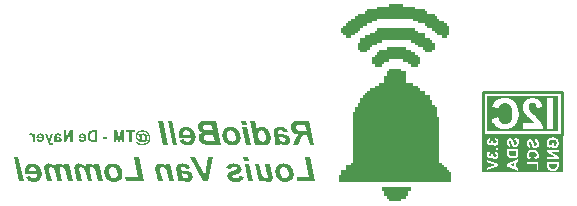
<source format=gbo>
G04*
G04 #@! TF.GenerationSoftware,Altium Limited,Altium Designer,20.2.4 (192)*
G04*
G04 Layer_Color=32896*
%FSLAX44Y44*%
%MOMM*%
G71*
G04*
G04 #@! TF.SameCoordinates,B1776B65-D261-4C44-A5DE-40EC885F2A17*
G04*
G04*
G04 #@! TF.FilePolarity,Positive*
G04*
G01*
G75*
%ADD11C,0.2540*%
G36*
X489616Y16472D02*
Y14440D01*
X487584D01*
Y12408D01*
Y10376D01*
X485552D01*
Y8344D01*
X481488D01*
Y6312D01*
X471328D01*
Y8344D01*
X469296D01*
Y10376D01*
X467264D01*
Y12408D01*
Y14440D01*
X465232D01*
Y16472D01*
Y18504D01*
X489616D01*
Y16472D01*
D02*
G37*
G36*
X481488Y116040D02*
X485552D01*
Y114008D01*
Y111976D01*
Y109944D01*
Y107912D01*
Y105880D01*
X491648D01*
Y103848D01*
X495712D01*
Y101816D01*
X497744D01*
Y99784D01*
X501808D01*
Y97752D01*
Y95720D01*
X505872D01*
Y93688D01*
Y91656D01*
X507904D01*
Y89624D01*
Y87592D01*
X509936D01*
Y85560D01*
X511968D01*
Y83528D01*
Y81496D01*
Y79464D01*
Y77432D01*
X514000D01*
Y75400D01*
Y73368D01*
Y71336D01*
Y69304D01*
Y67272D01*
Y65240D01*
Y63208D01*
Y61176D01*
Y59144D01*
Y57112D01*
Y55080D01*
Y53048D01*
Y51016D01*
Y48984D01*
Y46952D01*
Y44920D01*
Y42888D01*
Y40856D01*
Y38824D01*
X516032D01*
Y36792D01*
X518064D01*
Y34760D01*
X520096D01*
Y32728D01*
X522128D01*
Y30696D01*
X524160D01*
Y28664D01*
Y26632D01*
Y24600D01*
Y22568D01*
X428656D01*
Y24600D01*
Y26632D01*
Y28664D01*
X430688D01*
Y30696D01*
Y32728D01*
X434752D01*
Y34760D01*
Y36792D01*
X438816D01*
Y38824D01*
X440848D01*
Y40856D01*
Y42888D01*
Y44920D01*
Y46952D01*
Y48984D01*
Y51016D01*
Y53048D01*
Y55080D01*
Y57112D01*
Y59144D01*
Y61176D01*
Y63208D01*
Y65240D01*
Y67272D01*
Y69304D01*
Y71336D01*
Y73368D01*
Y75400D01*
Y77432D01*
Y79464D01*
Y81496D01*
X442880D01*
Y83528D01*
Y85560D01*
X444912D01*
Y87592D01*
Y89624D01*
X446944D01*
Y91656D01*
Y93688D01*
X448976D01*
Y95720D01*
X451008D01*
Y97752D01*
X453040D01*
Y99784D01*
X455072D01*
Y101816D01*
X459136D01*
Y103848D01*
X463200D01*
Y105880D01*
X467264D01*
Y107912D01*
Y109944D01*
Y111976D01*
X469296D01*
Y114008D01*
Y116040D01*
X471328D01*
Y118072D01*
X481488D01*
Y116040D01*
D02*
G37*
G36*
X483520Y170904D02*
X493680D01*
Y168872D01*
X501808D01*
Y166840D01*
X503840D01*
Y164808D01*
X509936D01*
Y162776D01*
X511968D01*
Y160744D01*
X514000D01*
Y158712D01*
X518064D01*
Y156680D01*
X520096D01*
Y154648D01*
X522128D01*
Y152616D01*
Y150584D01*
Y148552D01*
Y146520D01*
X520096D01*
Y144488D01*
X516032D01*
Y146520D01*
X511968D01*
Y148552D01*
X509936D01*
Y150584D01*
X507904D01*
Y152616D01*
X503840D01*
Y154648D01*
X501808D01*
Y156680D01*
X495712D01*
Y158712D01*
X491648D01*
Y160744D01*
X461168D01*
Y158712D01*
X457104D01*
Y156680D01*
X453040D01*
Y154648D01*
X448976D01*
Y152616D01*
X446944D01*
Y150584D01*
X444912D01*
Y148552D01*
X442880D01*
Y146520D01*
X438816D01*
Y144488D01*
X434752D01*
Y146520D01*
X432720D01*
Y148552D01*
X430688D01*
Y150584D01*
Y152616D01*
X432720D01*
Y154648D01*
X434752D01*
Y156680D01*
X436784D01*
Y158712D01*
X438816D01*
Y160744D01*
X442880D01*
Y162776D01*
X444912D01*
Y164808D01*
X451008D01*
Y166840D01*
X453040D01*
Y168872D01*
X461168D01*
Y170904D01*
X471328D01*
Y172936D01*
X483520D01*
Y170904D01*
D02*
G37*
G36*
X493680Y150584D02*
X495712D01*
Y148552D01*
X501808D01*
Y146520D01*
Y144488D01*
X505872D01*
Y142456D01*
X507904D01*
Y140424D01*
X509936D01*
Y138392D01*
Y136360D01*
Y134328D01*
X507904D01*
Y132296D01*
X501808D01*
Y134328D01*
X499776D01*
Y136360D01*
X495712D01*
Y138392D01*
X493680D01*
Y140424D01*
X489616D01*
Y142456D01*
X465232D01*
Y140424D01*
X461168D01*
Y138392D01*
X457104D01*
Y136360D01*
X455072D01*
Y134328D01*
X453040D01*
Y132296D01*
X446944D01*
Y134328D01*
X444912D01*
Y136360D01*
Y138392D01*
Y140424D01*
X446944D01*
Y142456D01*
Y144488D01*
X451008D01*
Y146520D01*
X455072D01*
Y148552D01*
X459136D01*
Y150584D01*
X461168D01*
Y152616D01*
X493680D01*
Y150584D01*
D02*
G37*
G36*
X485552Y134328D02*
X489616D01*
Y132296D01*
X493680D01*
Y130264D01*
X495712D01*
Y128232D01*
X497744D01*
Y126200D01*
Y124168D01*
Y122136D01*
X495712D01*
Y120104D01*
X489616D01*
Y122136D01*
X487584D01*
Y124168D01*
X483520D01*
Y126200D01*
X471328D01*
Y124168D01*
X467264D01*
Y122136D01*
X465232D01*
Y120104D01*
X459136D01*
Y122136D01*
X457104D01*
Y124168D01*
Y126200D01*
Y128232D01*
X459136D01*
Y130264D01*
X461168D01*
Y132296D01*
X463200D01*
Y134328D01*
X469296D01*
Y136360D01*
X485552D01*
Y134328D01*
D02*
G37*
G36*
X568000Y61000D02*
X601000D01*
Y61000D01*
X619000D01*
Y31000D01*
X602000D01*
Y31000D01*
X567000D01*
Y31000D01*
X550000D01*
Y61000D01*
X568000D01*
Y61000D01*
D02*
G37*
G36*
X352524Y39827D02*
X348525D01*
X347785Y43440D01*
X351754Y43440D01*
X352524Y39827D01*
D02*
G37*
G36*
X218036Y38109D02*
X218509Y38050D01*
X218924Y37931D01*
X219368Y37813D01*
X220138Y37457D01*
X220849Y37072D01*
X221175Y36865D01*
X221441Y36687D01*
X221678Y36509D01*
X221886Y36332D01*
X222063Y36213D01*
X222182Y36095D01*
X222241Y36036D01*
X222271Y36006D01*
X221915Y37813D01*
X225677D01*
X228786Y22945D01*
X224818D01*
X223396Y29757D01*
X223307Y30083D01*
X223248Y30379D01*
X223130Y30853D01*
X223011Y31267D01*
X222952Y31564D01*
X222893Y31771D01*
X222833Y31919D01*
X222804Y32008D01*
Y32037D01*
X222656Y32422D01*
X222508Y32748D01*
X222360Y33074D01*
X222211Y33311D01*
X222093Y33518D01*
X222004Y33666D01*
X221945Y33755D01*
X221915Y33785D01*
X221708Y34022D01*
X221501Y34229D01*
X221293Y34436D01*
X221086Y34585D01*
X220938Y34703D01*
X220790Y34792D01*
X220701Y34821D01*
X220671Y34851D01*
X220405Y34999D01*
X220168Y35088D01*
X219931Y35177D01*
X219724Y35206D01*
X219546Y35236D01*
X219428Y35266D01*
X219309D01*
X219042Y35236D01*
X218835Y35206D01*
X218657Y35147D01*
X218480Y35088D01*
X218361Y34999D01*
X218272Y34940D01*
X218243Y34910D01*
X218213Y34881D01*
X218065Y34732D01*
X217976Y34555D01*
X217858Y34259D01*
X217828Y34111D01*
X217799Y33992D01*
Y33933D01*
Y33903D01*
Y33696D01*
X217858Y33400D01*
X217887Y33074D01*
X217947Y32719D01*
X218006Y32422D01*
X218065Y32156D01*
X218095Y31949D01*
X218124Y31919D01*
Y31889D01*
X219990Y22945D01*
X216022D01*
X214600Y29668D01*
X214482Y30201D01*
X214363Y30675D01*
X214245Y31119D01*
X214097Y31504D01*
X213978Y31860D01*
X213860Y32185D01*
X213741Y32482D01*
X213623Y32748D01*
X213534Y32956D01*
X213415Y33163D01*
X213326Y33311D01*
X213267Y33459D01*
X213208Y33548D01*
X213149Y33607D01*
X213119Y33666D01*
X212882Y33963D01*
X212675Y34199D01*
X212438Y34407D01*
X212201Y34585D01*
X211727Y34881D01*
X211313Y35058D01*
X210957Y35177D01*
X210661Y35236D01*
X210543Y35266D01*
X210394D01*
X210128Y35236D01*
X209921Y35206D01*
X209713Y35147D01*
X209565Y35088D01*
X209447Y34999D01*
X209358Y34940D01*
X209328Y34910D01*
X209299Y34881D01*
X209180Y34732D01*
X209062Y34585D01*
X208973Y34259D01*
X208943Y34111D01*
X208914Y34022D01*
Y33933D01*
Y33903D01*
Y33844D01*
Y33755D01*
X208973Y33518D01*
X209032Y33193D01*
X209091Y32867D01*
X209151Y32541D01*
X209210Y32245D01*
X209240Y32126D01*
Y32067D01*
X209269Y32008D01*
Y31978D01*
X211194Y22945D01*
X207225D01*
X205271Y31978D01*
X205123Y32630D01*
X205034Y33193D01*
X204945Y33666D01*
X204916Y34022D01*
X204886Y34288D01*
X204856Y34496D01*
Y34614D01*
Y34644D01*
X204886Y35206D01*
X205004Y35710D01*
X205182Y36124D01*
X205360Y36480D01*
X205537Y36776D01*
X205715Y36983D01*
X205834Y37132D01*
X205863Y37161D01*
X206248Y37487D01*
X206692Y37724D01*
X207166Y37901D01*
X207611Y38020D01*
X207996Y38079D01*
X208321Y38138D01*
X208617D01*
X209210Y38109D01*
X209743Y38020D01*
X210276Y37901D01*
X210720Y37753D01*
X211105Y37605D01*
X211372Y37487D01*
X211490Y37428D01*
X211579Y37398D01*
X211609Y37368D01*
X211638D01*
X212142Y37072D01*
X212586Y36746D01*
X212941Y36450D01*
X213267Y36154D01*
X213504Y35888D01*
X213682Y35680D01*
X213800Y35562D01*
X213830Y35503D01*
X213948Y35947D01*
X214126Y36302D01*
X214333Y36658D01*
X214511Y36924D01*
X214718Y37132D01*
X214867Y37309D01*
X214985Y37398D01*
X215015Y37428D01*
X215370Y37665D01*
X215785Y37842D01*
X216229Y37961D01*
X216644Y38050D01*
X216999Y38109D01*
X217325Y38138D01*
X217591D01*
X218036Y38109D01*
D02*
G37*
G36*
X192565Y38109D02*
X193039Y38050D01*
X193454Y37931D01*
X193898Y37813D01*
X194668Y37457D01*
X195379Y37072D01*
X195705Y36865D01*
X195971Y36687D01*
X196208Y36509D01*
X196416Y36332D01*
X196593Y36213D01*
X196712Y36095D01*
X196771Y36036D01*
X196801Y36006D01*
X196445Y37813D01*
X200207D01*
X203316Y22945D01*
X199348Y22945D01*
X197926Y29757D01*
X197837Y30083D01*
X197778Y30379D01*
X197659Y30853D01*
X197541Y31267D01*
X197482Y31564D01*
X197423Y31771D01*
X197363Y31919D01*
X197334Y32008D01*
Y32037D01*
X197186Y32422D01*
X197038Y32748D01*
X196889Y33074D01*
X196741Y33311D01*
X196623Y33518D01*
X196534Y33666D01*
X196475Y33755D01*
X196445Y33785D01*
X196238Y34022D01*
X196031Y34229D01*
X195823Y34436D01*
X195616Y34584D01*
X195468Y34703D01*
X195320Y34792D01*
X195231Y34821D01*
X195201Y34851D01*
X194935Y34999D01*
X194698Y35088D01*
X194461Y35177D01*
X194254Y35206D01*
X194076Y35236D01*
X193957Y35266D01*
X193839D01*
X193572Y35236D01*
X193365Y35206D01*
X193187Y35147D01*
X193010Y35088D01*
X192891Y34999D01*
X192802Y34940D01*
X192773Y34910D01*
X192743Y34881D01*
X192595Y34732D01*
X192506Y34555D01*
X192388Y34259D01*
X192358Y34111D01*
X192328Y33992D01*
Y33933D01*
Y33903D01*
Y33696D01*
X192388Y33400D01*
X192417Y33074D01*
X192477Y32719D01*
X192536Y32422D01*
X192595Y32156D01*
X192625Y31949D01*
X192654Y31919D01*
Y31889D01*
X194520Y22945D01*
X190551D01*
X189130Y29668D01*
X189011Y30201D01*
X188893Y30675D01*
X188775Y31119D01*
X188626Y31504D01*
X188508Y31860D01*
X188389Y32185D01*
X188271Y32482D01*
X188153Y32748D01*
X188064Y32956D01*
X187945Y33163D01*
X187856Y33311D01*
X187797Y33459D01*
X187738Y33548D01*
X187679Y33607D01*
X187649Y33666D01*
X187412Y33963D01*
X187205Y34199D01*
X186968Y34407D01*
X186731Y34584D01*
X186257Y34881D01*
X185842Y35058D01*
X185487Y35177D01*
X185191Y35236D01*
X185072Y35266D01*
X184924D01*
X184658Y35236D01*
X184450Y35206D01*
X184243Y35147D01*
X184095Y35088D01*
X183977Y34999D01*
X183888Y34940D01*
X183858Y34910D01*
X183829Y34881D01*
X183710Y34732D01*
X183592Y34584D01*
X183503Y34259D01*
X183473Y34111D01*
X183444Y34022D01*
Y33933D01*
Y33903D01*
Y33844D01*
Y33755D01*
X183503Y33518D01*
X183562Y33193D01*
X183621Y32867D01*
X183680Y32541D01*
X183740Y32245D01*
X183769Y32126D01*
Y32067D01*
X183799Y32008D01*
Y31978D01*
X185724Y22945D01*
X181755D01*
X179801Y31978D01*
X179653Y32630D01*
X179564Y33193D01*
X179475Y33666D01*
X179445Y34022D01*
X179416Y34288D01*
X179386Y34496D01*
Y34614D01*
Y34644D01*
X179416Y35206D01*
X179534Y35710D01*
X179712Y36124D01*
X179890Y36480D01*
X180067Y36776D01*
X180245Y36983D01*
X180364Y37131D01*
X180393Y37161D01*
X180778Y37487D01*
X181222Y37724D01*
X181696Y37901D01*
X182141Y38020D01*
X182526Y38079D01*
X182851Y38138D01*
X183147D01*
X183740Y38109D01*
X184273Y38020D01*
X184806Y37901D01*
X185250Y37753D01*
X185635Y37605D01*
X185902Y37487D01*
X186020Y37428D01*
X186109Y37398D01*
X186139Y37368D01*
X186168D01*
X186672Y37072D01*
X187116Y36746D01*
X187471Y36450D01*
X187797Y36154D01*
X188034Y35888D01*
X188212Y35680D01*
X188330Y35562D01*
X188360Y35503D01*
X188478Y35947D01*
X188656Y36302D01*
X188863Y36658D01*
X189041Y36924D01*
X189248Y37131D01*
X189396Y37309D01*
X189515Y37398D01*
X189545Y37428D01*
X189900Y37664D01*
X190315Y37842D01*
X190759Y37961D01*
X191173Y38050D01*
X191529Y38109D01*
X191855Y38138D01*
X192121D01*
X192565Y38109D01*
D02*
G37*
G36*
X297585Y38079D02*
X298474Y37961D01*
X298859Y37872D01*
X299214Y37783D01*
X299569Y37694D01*
X299866Y37576D01*
X300132Y37457D01*
X300369Y37368D01*
X300576Y37280D01*
X300754Y37191D01*
X300873Y37132D01*
X300961Y37072D01*
X301021Y37013D01*
X301050D01*
X301613Y36569D01*
X302117Y36065D01*
X302502Y35532D01*
X302827Y35058D01*
X303064Y34614D01*
X303242Y34259D01*
X303301Y34111D01*
X303331Y34022D01*
X303360Y33963D01*
Y33933D01*
X299451Y33607D01*
X299362Y33874D01*
X299244Y34111D01*
X299096Y34318D01*
X298948Y34496D01*
X298829Y34644D01*
X298711Y34732D01*
X298651Y34792D01*
X298622Y34821D01*
X298355Y34969D01*
X298089Y35088D01*
X297792Y35147D01*
X297526Y35206D01*
X297289Y35236D01*
X297082Y35266D01*
X296904D01*
X296549Y35236D01*
X296223Y35206D01*
X295986Y35118D01*
X295749Y35058D01*
X295571Y34969D01*
X295453Y34881D01*
X295394Y34851D01*
X295364Y34821D01*
X295186Y34644D01*
X295068Y34466D01*
X294949Y34288D01*
X294890Y34111D01*
X294860Y33963D01*
X294831Y33874D01*
Y33785D01*
Y33755D01*
Y33548D01*
X294860Y33341D01*
X294949Y32896D01*
X295009Y32719D01*
X295068Y32571D01*
X295097Y32452D01*
Y32422D01*
X295305Y32363D01*
X295542Y32304D01*
X295808Y32245D01*
X296104Y32185D01*
X296726Y32067D01*
X297378Y32008D01*
X297970Y31919D01*
X298237Y31889D01*
X298444Y31860D01*
X298651D01*
X298799Y31830D01*
X298918D01*
X299540Y31771D01*
X300103Y31682D01*
X300606Y31593D01*
X301080Y31475D01*
X301524Y31356D01*
X301909Y31238D01*
X302265Y31090D01*
X302561Y30971D01*
X302827Y30823D01*
X303064Y30705D01*
X303242Y30586D01*
X303390Y30497D01*
X303508Y30408D01*
X303597Y30349D01*
X303627Y30320D01*
X303657Y30290D01*
X303894Y30053D01*
X304071Y29787D01*
X304397Y29224D01*
X304634Y28661D01*
X304782Y28098D01*
X304900Y27625D01*
X304930Y27417D01*
Y27240D01*
X304960Y27092D01*
Y26973D01*
Y26914D01*
Y26884D01*
X304900Y26203D01*
X304782Y25581D01*
X304575Y25048D01*
X304367Y24604D01*
X304160Y24219D01*
X303953Y23952D01*
X303834Y23804D01*
X303775Y23745D01*
X303301Y23360D01*
X302798Y23064D01*
X302265Y22856D01*
X301791Y22708D01*
X301376Y22619D01*
X301021Y22590D01*
X300902Y22560D01*
X300725D01*
X300280Y22590D01*
X299866Y22649D01*
X299481Y22738D01*
X299125Y22827D01*
X298829Y22916D01*
X298622Y23004D01*
X298474Y23064D01*
X298414Y23093D01*
X298000Y23301D01*
X297615Y23567D01*
X297259Y23804D01*
X296963Y24041D01*
X296726Y24278D01*
X296519Y24456D01*
X296401Y24574D01*
X296371Y24604D01*
X296312Y23982D01*
X296252Y23715D01*
X296223Y23449D01*
X296164Y23241D01*
X296104Y23093D01*
X296075Y22975D01*
Y22945D01*
X292195D01*
X292313Y23360D01*
X292373Y23774D01*
X292432Y24130D01*
X292491Y24426D01*
Y24693D01*
X292521Y24870D01*
Y25018D01*
Y25048D01*
Y25255D01*
X292491Y25522D01*
X292432Y26085D01*
X292343Y26677D01*
X292225Y27299D01*
X292136Y27861D01*
X292076Y28098D01*
X292047Y28335D01*
X292017Y28513D01*
X291988Y28632D01*
X291958Y28720D01*
Y28750D01*
X291840Y29313D01*
X291721Y29846D01*
X291603Y30320D01*
X291514Y30734D01*
X291455Y31090D01*
X291395Y31416D01*
X291336Y31712D01*
X291277Y31949D01*
X291247Y32156D01*
X291188Y32304D01*
Y32452D01*
X291158Y32541D01*
X291129Y32689D01*
Y32719D01*
X291040Y33281D01*
X291010Y33518D01*
Y33726D01*
X290981Y33903D01*
Y34022D01*
Y34111D01*
Y34140D01*
Y34466D01*
X291040Y34762D01*
X291188Y35295D01*
X291425Y35769D01*
X291662Y36184D01*
X291928Y36539D01*
X292165Y36776D01*
X292313Y36924D01*
X292343Y36983D01*
X292373D01*
X292639Y37191D01*
X292935Y37368D01*
X293617Y37665D01*
X294298Y37872D01*
X295009Y37990D01*
X295630Y38079D01*
X295897Y38109D01*
X296134D01*
X296341Y38138D01*
X296608D01*
X297585Y38079D01*
D02*
G37*
G36*
X318405Y22945D02*
X313933D01*
X302620Y43440D01*
X306796D01*
X315296Y27950D01*
X317872Y43440D01*
X322048D01*
X318405Y22945D01*
D02*
G37*
G36*
X372219Y29520D02*
X372307Y29106D01*
X372396Y28720D01*
X372455Y28365D01*
X372515Y28069D01*
X372544Y27773D01*
X372603Y27536D01*
X372663Y27121D01*
X372692Y26795D01*
X372722Y26588D01*
Y26470D01*
Y26440D01*
X372692Y25818D01*
X372574Y25255D01*
X372426Y24752D01*
X372248Y24367D01*
X372070Y24041D01*
X371922Y23804D01*
X371804Y23656D01*
X371774Y23597D01*
X371389Y23241D01*
X370945Y23005D01*
X370501Y22827D01*
X370086Y22679D01*
X369701Y22620D01*
X369375Y22590D01*
X369257Y22560D01*
X369109D01*
X368605Y22590D01*
X368131Y22649D01*
X367658Y22768D01*
X367213Y22916D01*
X366384Y23271D01*
X365999Y23478D01*
X365644Y23715D01*
X365318Y23923D01*
X365051Y24130D01*
X364785Y24308D01*
X364577Y24485D01*
X364429Y24633D01*
X364281Y24752D01*
X364222Y24811D01*
X364193Y24841D01*
X364607Y22945D01*
X360846D01*
X357499Y37813D01*
X361497D01*
X363097Y30705D01*
X363215Y30231D01*
X363304Y29846D01*
X363393Y29490D01*
X363482Y29224D01*
X363541Y28987D01*
X363600Y28839D01*
X363630Y28750D01*
Y28720D01*
X363748Y28395D01*
X363896Y28098D01*
X364015Y27862D01*
X364133Y27625D01*
X364222Y27477D01*
X364311Y27329D01*
X364341Y27269D01*
X364370Y27240D01*
X364666Y26855D01*
X364963Y26558D01*
X365081Y26440D01*
X365170Y26351D01*
X365229Y26292D01*
X365259Y26262D01*
X365614Y25996D01*
X365910Y25788D01*
X366029Y25729D01*
X366118Y25670D01*
X366177Y25640D01*
X366206D01*
X366532Y25522D01*
X366828Y25463D01*
X366947Y25433D01*
X367124D01*
X367361Y25463D01*
X367569Y25492D01*
X367746Y25581D01*
X367924Y25670D01*
X368043Y25729D01*
X368131Y25818D01*
X368191Y25848D01*
X368220Y25877D01*
X368368Y26055D01*
X368457Y26262D01*
X368576Y26618D01*
X368605Y26766D01*
X368635Y26884D01*
Y26973D01*
Y27003D01*
X368605Y27210D01*
X368576Y27477D01*
X368517Y27802D01*
X368457Y28128D01*
X368398Y28454D01*
X368339Y28720D01*
X368279Y28898D01*
Y28928D01*
Y28957D01*
X366295Y37813D01*
X370353D01*
X372219Y29520D01*
D02*
G37*
G36*
X169731Y38109D02*
X170472Y37990D01*
X171153Y37842D01*
X171775Y37635D01*
X172367Y37398D01*
X172900Y37131D01*
X173404Y36835D01*
X173848Y36539D01*
X174233Y36213D01*
X174588Y35947D01*
X174855Y35651D01*
X175121Y35414D01*
X175299Y35206D01*
X175417Y35058D01*
X175506Y34940D01*
X175536Y34910D01*
X175832Y34466D01*
X176099Y33992D01*
X176306Y33518D01*
X176513Y33044D01*
X176661Y32571D01*
X176810Y32126D01*
X177017Y31297D01*
X177076Y30912D01*
X177135Y30557D01*
X177165Y30231D01*
X177194Y29964D01*
X177224Y29757D01*
Y29609D01*
Y29490D01*
Y29461D01*
X177194Y28898D01*
X177135Y28365D01*
X177046Y27832D01*
X176928Y27358D01*
X176780Y26914D01*
X176632Y26499D01*
X176454Y26144D01*
X176276Y25788D01*
X176128Y25492D01*
X175951Y25226D01*
X175802Y24989D01*
X175655Y24811D01*
X175536Y24663D01*
X175447Y24544D01*
X175388Y24485D01*
X175358Y24456D01*
X175003Y24130D01*
X174618Y23834D01*
X174203Y23567D01*
X173818Y23360D01*
X173404Y23182D01*
X172989Y23034D01*
X172219Y22797D01*
X171864Y22708D01*
X171538Y22649D01*
X171242Y22619D01*
X170975Y22590D01*
X170768Y22560D01*
X170472D01*
X169672Y22619D01*
X168961Y22738D01*
X168280Y22886D01*
X167717Y23093D01*
X167214Y23301D01*
X167036Y23389D01*
X166858Y23449D01*
X166740Y23537D01*
X166651Y23567D01*
X166592Y23626D01*
X166562D01*
X165940Y24071D01*
X165378Y24604D01*
X164874Y25137D01*
X164459Y25670D01*
X164163Y26173D01*
X164015Y26381D01*
X163926Y26558D01*
X163838Y26707D01*
X163778Y26825D01*
X163719Y26884D01*
Y26914D01*
X167303Y27506D01*
X167510Y27151D01*
X167747Y26825D01*
X168013Y26558D01*
X168280Y26321D01*
X168517Y26114D01*
X168783Y25936D01*
X169050Y25788D01*
X169287Y25700D01*
X169731Y25551D01*
X169939Y25492D01*
X170116Y25463D01*
X170235Y25433D01*
X170442D01*
X170886Y25463D01*
X171301Y25581D01*
X171656Y25729D01*
X171952Y25877D01*
X172219Y26055D01*
X172397Y26173D01*
X172515Y26292D01*
X172545Y26321D01*
X172811Y26677D01*
X173019Y27092D01*
X173167Y27476D01*
X173256Y27861D01*
X173315Y28217D01*
X173374Y28484D01*
Y28661D01*
Y28691D01*
Y28720D01*
Y28839D01*
X173344Y28957D01*
Y29076D01*
Y29105D01*
X163275D01*
X163097Y29994D01*
X163038Y30438D01*
X163008Y30853D01*
X162979Y31179D01*
Y31475D01*
Y31652D01*
Y31682D01*
Y31712D01*
X163008Y32274D01*
X163038Y32778D01*
X163127Y33281D01*
X163245Y33726D01*
X163364Y34170D01*
X163482Y34555D01*
X163630Y34910D01*
X163778Y35236D01*
X163956Y35503D01*
X164104Y35769D01*
X164223Y35976D01*
X164341Y36154D01*
X164459Y36273D01*
X164548Y36361D01*
X164578Y36421D01*
X164608Y36450D01*
X164933Y36746D01*
X165259Y37013D01*
X165614Y37220D01*
X165970Y37428D01*
X166325Y37605D01*
X166681Y37724D01*
X167391Y37931D01*
X167717Y37990D01*
X168013Y38050D01*
X168280Y38079D01*
X168517Y38109D01*
X168695Y38138D01*
X168961D01*
X169731Y38109D01*
D02*
G37*
G36*
X408439Y22945D02*
X393750D01*
X393039Y26381D01*
X403523D01*
X399939Y43440D01*
X404145D01*
X408439Y22945D01*
D02*
G37*
G36*
X356048D02*
X352079D01*
X348940Y37813D01*
X352938D01*
X356048Y22945D01*
D02*
G37*
G36*
X277772Y38109D02*
X278246Y38050D01*
X278690Y37961D01*
X279075Y37872D01*
X279401Y37783D01*
X279667Y37694D01*
X279815Y37635D01*
X279875Y37605D01*
X280348Y37368D01*
X280822Y37102D01*
X281266Y36806D01*
X281681Y36539D01*
X282037Y36273D01*
X282333Y36065D01*
X282510Y35917D01*
X282540Y35858D01*
X282570D01*
X282185Y37813D01*
X285976D01*
X289085Y22945D01*
X285117D01*
X283843Y29017D01*
X283725Y29490D01*
X283636Y29935D01*
X283517Y30349D01*
X283428Y30705D01*
X283340Y31030D01*
X283251Y31327D01*
X283162Y31564D01*
X283103Y31800D01*
X283043Y31978D01*
X282984Y32156D01*
X282895Y32393D01*
X282836Y32541D01*
X282807Y32571D01*
X282540Y33015D01*
X282274Y33400D01*
X281977Y33726D01*
X281711Y33992D01*
X281474Y34229D01*
X281266Y34377D01*
X281148Y34496D01*
X281089Y34525D01*
X280674Y34762D01*
X280319Y34940D01*
X279993Y35088D01*
X279697Y35177D01*
X279430Y35236D01*
X279253Y35266D01*
X279104D01*
X278808Y35236D01*
X278542Y35206D01*
X278335Y35118D01*
X278157Y35058D01*
X278009Y34969D01*
X277920Y34881D01*
X277861Y34851D01*
X277831Y34821D01*
X277683Y34644D01*
X277565Y34436D01*
X277476Y34229D01*
X277416Y34051D01*
X277387Y33874D01*
X277357Y33726D01*
Y33637D01*
Y33607D01*
Y33518D01*
X277387Y33400D01*
X277446Y33104D01*
X277505Y32719D01*
X277565Y32334D01*
X277653Y31978D01*
X277713Y31652D01*
X277742Y31534D01*
Y31445D01*
X277772Y31386D01*
Y31356D01*
X279578Y22945D01*
X275610D01*
X273803Y31327D01*
X273714Y31712D01*
X273626Y32067D01*
X273566Y32393D01*
X273507Y32689D01*
X273418Y33222D01*
X273359Y33607D01*
X273300Y33933D01*
X273270Y34140D01*
Y34259D01*
Y34288D01*
X273329Y34910D01*
X273448Y35443D01*
X273596Y35917D01*
X273803Y36332D01*
X274011Y36658D01*
X274159Y36895D01*
X274277Y37013D01*
X274336Y37072D01*
X274781Y37428D01*
X275254Y37694D01*
X275728Y37872D01*
X276202Y38020D01*
X276617Y38079D01*
X276972Y38109D01*
X277091Y38138D01*
X277268D01*
X277772Y38109D01*
D02*
G37*
G36*
X263556Y22945D02*
X248866D01*
X248155Y26381D01*
X258640D01*
X255056Y43440D01*
X259262D01*
X263556Y22945D01*
D02*
G37*
G36*
X161824Y22945D02*
X157855D01*
X153561Y43440D01*
X157529D01*
X161824Y22945D01*
D02*
G37*
G36*
X382703Y38109D02*
X383384Y38020D01*
X384006Y37901D01*
X384568Y37753D01*
X385131Y37576D01*
X385635Y37339D01*
X386079Y37132D01*
X386494Y36895D01*
X386879Y36658D01*
X387204Y36450D01*
X387501Y36243D01*
X387738Y36036D01*
X387915Y35888D01*
X388034Y35769D01*
X388122Y35680D01*
X388152Y35651D01*
X388567Y35177D01*
X388922Y34673D01*
X389218Y34140D01*
X389485Y33577D01*
X389722Y33044D01*
X389899Y32482D01*
X390048Y31949D01*
X390166Y31445D01*
X390255Y30971D01*
X390344Y30497D01*
X390403Y30112D01*
X390433Y29757D01*
Y29461D01*
X390462Y29253D01*
Y29135D01*
Y29076D01*
X390433Y28424D01*
X390344Y27802D01*
X390225Y27240D01*
X390077Y26766D01*
X389929Y26351D01*
X389811Y26025D01*
X389751Y25907D01*
X389722Y25818D01*
X389692Y25788D01*
Y25759D01*
X389366Y25226D01*
X388981Y24752D01*
X388567Y24337D01*
X388182Y24011D01*
X387826Y23745D01*
X387530Y23538D01*
X387412Y23478D01*
X387323Y23419D01*
X387293Y23389D01*
X387264D01*
X386642Y23123D01*
X385990Y22916D01*
X385368Y22768D01*
X384776Y22679D01*
X384272Y22620D01*
X384065Y22590D01*
X383887Y22560D01*
X383532D01*
X382821Y22590D01*
X382140Y22679D01*
X381518Y22797D01*
X380926Y22975D01*
X380363Y23153D01*
X379860Y23389D01*
X379415Y23626D01*
X378971Y23863D01*
X378616Y24100D01*
X378290Y24337D01*
X377994Y24574D01*
X377757Y24752D01*
X377579Y24929D01*
X377461Y25048D01*
X377372Y25137D01*
X377342Y25166D01*
X376927Y25670D01*
X376572Y26203D01*
X376276Y26736D01*
X376009Y27269D01*
X375773Y27773D01*
X375595Y28306D01*
X375447Y28809D01*
X375328Y29283D01*
X375239Y29727D01*
X375150Y30142D01*
X375091Y30497D01*
X375062Y30823D01*
X375032Y31060D01*
Y31267D01*
Y31386D01*
Y31416D01*
X375062Y31978D01*
X375121Y32511D01*
X375210Y33015D01*
X375328Y33489D01*
X375476Y33903D01*
X375624Y34318D01*
X375802Y34673D01*
X375950Y35029D01*
X376128Y35325D01*
X376306Y35562D01*
X376454Y35799D01*
X376602Y35977D01*
X376720Y36124D01*
X376809Y36213D01*
X376868Y36273D01*
X376898Y36302D01*
X377253Y36628D01*
X377638Y36895D01*
X378053Y37161D01*
X378468Y37368D01*
X378912Y37546D01*
X379326Y37694D01*
X380156Y37901D01*
X380541Y37990D01*
X380896Y38050D01*
X381192Y38079D01*
X381488Y38109D01*
X381696Y38138D01*
X382021D01*
X382703Y38109D01*
D02*
G37*
G36*
X340292Y38109D02*
X340914Y38050D01*
X341477Y37961D01*
X342010Y37872D01*
X342513Y37724D01*
X342957Y37576D01*
X343343Y37398D01*
X343727Y37250D01*
X344053Y37072D01*
X344320Y36895D01*
X344557Y36746D01*
X344734Y36628D01*
X344883Y36509D01*
X345001Y36421D01*
X345060Y36361D01*
X345090Y36332D01*
X345327Y36095D01*
X345504Y35828D01*
X345830Y35325D01*
X346067Y34821D01*
X346215Y34348D01*
X346334Y33933D01*
X346363Y33607D01*
X346393Y33489D01*
Y33400D01*
Y33341D01*
Y33311D01*
X346363Y32985D01*
X346334Y32689D01*
X346186Y32126D01*
X345978Y31623D01*
X345712Y31208D01*
X345475Y30882D01*
X345268Y30645D01*
X345120Y30497D01*
X345060Y30438D01*
X344853Y30320D01*
X344616Y30172D01*
X344320Y30024D01*
X343965Y29846D01*
X343224Y29550D01*
X342454Y29224D01*
X341714Y28957D01*
X341388Y28839D01*
X341121Y28750D01*
X340884Y28661D01*
X340677Y28602D01*
X340559Y28543D01*
X340529D01*
X340055Y28395D01*
X339700Y28247D01*
X339403Y28098D01*
X339167Y27980D01*
X339019Y27891D01*
X338900Y27832D01*
X338870Y27802D01*
X338841Y27773D01*
X338663Y27536D01*
X338574Y27299D01*
X338545Y27121D01*
Y27092D01*
Y27062D01*
X338574Y26825D01*
X338633Y26647D01*
X338841Y26321D01*
X338959Y26203D01*
X339048Y26114D01*
X339107Y26055D01*
X339137Y26025D01*
X339463Y25818D01*
X339818Y25670D01*
X340203Y25581D01*
X340559Y25522D01*
X340884Y25463D01*
X341121Y25433D01*
X341358D01*
X341832Y25463D01*
X342247Y25522D01*
X342602Y25581D01*
X342898Y25700D01*
X343135Y25788D01*
X343313Y25848D01*
X343431Y25907D01*
X343461Y25937D01*
X343727Y26144D01*
X343994Y26410D01*
X344201Y26707D01*
X344379Y27003D01*
X344527Y27269D01*
X344646Y27476D01*
X344705Y27625D01*
X344734Y27684D01*
X348614Y27062D01*
X348348Y26292D01*
X347992Y25640D01*
X347578Y25048D01*
X347193Y24574D01*
X346837Y24219D01*
X346541Y23923D01*
X346423Y23834D01*
X346334Y23774D01*
X346274Y23715D01*
X346245D01*
X345890Y23508D01*
X345534Y23330D01*
X344734Y23034D01*
X343905Y22856D01*
X343106Y22708D01*
X342721Y22649D01*
X342395Y22619D01*
X342069Y22590D01*
X341802D01*
X341566Y22560D01*
X341269D01*
X340677Y22590D01*
X340114Y22619D01*
X339611Y22708D01*
X339137Y22797D01*
X338663Y22916D01*
X338278Y23034D01*
X337893Y23182D01*
X337567Y23330D01*
X337271Y23478D01*
X337005Y23626D01*
X336768Y23745D01*
X336590Y23863D01*
X336442Y23952D01*
X336353Y24041D01*
X336294Y24071D01*
X336264Y24100D01*
X335938Y24396D01*
X335672Y24722D01*
X335435Y25018D01*
X335228Y25344D01*
X335050Y25640D01*
X334902Y25966D01*
X334695Y26529D01*
X334546Y27032D01*
X334517Y27240D01*
X334487Y27417D01*
X334458Y27565D01*
Y27684D01*
Y27743D01*
Y27773D01*
X334487Y28069D01*
X334517Y28365D01*
X334665Y28898D01*
X334902Y29372D01*
X335168Y29787D01*
X335435Y30112D01*
X335642Y30379D01*
X335820Y30527D01*
X335850Y30586D01*
X335879D01*
X336087Y30734D01*
X336323Y30882D01*
X336620Y31030D01*
X336916Y31179D01*
X337567Y31475D01*
X338219Y31712D01*
X338841Y31919D01*
X339107Y32008D01*
X339344Y32097D01*
X339552Y32156D01*
X339700Y32215D01*
X339789Y32245D01*
X339818D01*
X340174Y32334D01*
X340470Y32452D01*
X340736Y32541D01*
X340973Y32600D01*
X341210Y32689D01*
X341388Y32748D01*
X341684Y32867D01*
X341891Y32926D01*
X342010Y32985D01*
X342069Y33044D01*
X342099D01*
X342276Y33193D01*
X342395Y33341D01*
X342513Y33489D01*
X342573Y33637D01*
X342602Y33755D01*
X342632Y33874D01*
Y33933D01*
Y33963D01*
X342602Y34170D01*
X342543Y34348D01*
X342365Y34644D01*
X342276Y34762D01*
X342188Y34851D01*
X342128Y34881D01*
X342099Y34910D01*
X341862Y35058D01*
X341566Y35177D01*
X341269Y35236D01*
X340973Y35295D01*
X340707Y35325D01*
X340470Y35354D01*
X340262D01*
X339789Y35325D01*
X339374Y35266D01*
X339019Y35177D01*
X338693Y35088D01*
X338456Y34969D01*
X338248Y34881D01*
X338130Y34821D01*
X338100Y34792D01*
X337864Y34644D01*
X337656Y34436D01*
X337478Y34259D01*
X337360Y34051D01*
X337242Y33874D01*
X337182Y33726D01*
X337123Y33637D01*
Y33607D01*
X333421Y34229D01*
X333628Y34881D01*
X333895Y35443D01*
X334191Y35917D01*
X334517Y36332D01*
X334813Y36658D01*
X335079Y36895D01*
X335257Y37013D01*
X335287Y37072D01*
X335317D01*
X335613Y37250D01*
X335909Y37428D01*
X336590Y37694D01*
X337330Y37872D01*
X338012Y38020D01*
X338663Y38079D01*
X338930Y38109D01*
X339167D01*
X339374Y38138D01*
X339641D01*
X340292Y38109D01*
D02*
G37*
G36*
X237819D02*
X238500Y38020D01*
X239122Y37901D01*
X239685Y37753D01*
X240248Y37576D01*
X240751Y37339D01*
X241196Y37132D01*
X241610Y36895D01*
X241995Y36658D01*
X242321Y36450D01*
X242617Y36243D01*
X242854Y36036D01*
X243032Y35888D01*
X243150Y35769D01*
X243239Y35680D01*
X243269Y35651D01*
X243683Y35177D01*
X244039Y34673D01*
X244335Y34140D01*
X244601Y33577D01*
X244838Y33044D01*
X245016Y32482D01*
X245164Y31949D01*
X245283Y31445D01*
X245371Y30971D01*
X245460Y30497D01*
X245520Y30112D01*
X245549Y29757D01*
Y29461D01*
X245579Y29253D01*
Y29135D01*
Y29076D01*
X245549Y28424D01*
X245460Y27802D01*
X245342Y27240D01*
X245194Y26766D01*
X245046Y26351D01*
X244927Y26025D01*
X244868Y25907D01*
X244838Y25818D01*
X244809Y25788D01*
Y25759D01*
X244483Y25226D01*
X244098Y24752D01*
X243683Y24337D01*
X243298Y24011D01*
X242943Y23745D01*
X242647Y23537D01*
X242528Y23478D01*
X242439Y23419D01*
X242410Y23389D01*
X242380D01*
X241758Y23123D01*
X241107Y22916D01*
X240485Y22768D01*
X239892Y22679D01*
X239389Y22619D01*
X239182Y22590D01*
X239004Y22560D01*
X238648D01*
X237938Y22590D01*
X237257Y22679D01*
X236635Y22797D01*
X236042Y22975D01*
X235480Y23152D01*
X234976Y23389D01*
X234532Y23626D01*
X234088Y23863D01*
X233732Y24100D01*
X233406Y24337D01*
X233110Y24574D01*
X232873Y24752D01*
X232696Y24929D01*
X232577Y25048D01*
X232488Y25137D01*
X232459Y25166D01*
X232044Y25670D01*
X231689Y26203D01*
X231392Y26736D01*
X231126Y27269D01*
X230889Y27773D01*
X230711Y28306D01*
X230563Y28809D01*
X230445Y29283D01*
X230356Y29727D01*
X230267Y30142D01*
X230208Y30497D01*
X230178Y30823D01*
X230149Y31060D01*
Y31267D01*
Y31386D01*
Y31416D01*
X230178Y31978D01*
X230238Y32511D01*
X230326Y33015D01*
X230445Y33489D01*
X230593Y33903D01*
X230741Y34318D01*
X230919Y34673D01*
X231067Y35029D01*
X231244Y35325D01*
X231422Y35562D01*
X231570Y35799D01*
X231718Y35976D01*
X231837Y36124D01*
X231926Y36213D01*
X231985Y36273D01*
X232015Y36302D01*
X232370Y36628D01*
X232755Y36895D01*
X233169Y37161D01*
X233584Y37368D01*
X234028Y37546D01*
X234443Y37694D01*
X235272Y37901D01*
X235657Y37990D01*
X236013Y38050D01*
X236309Y38079D01*
X236605Y38109D01*
X236812Y38138D01*
X237138D01*
X237819Y38109D01*
D02*
G37*
G36*
X614500Y65500D02*
X554500D01*
Y95500D01*
X614500D01*
Y65500D01*
D02*
G37*
G36*
X350618Y70827D02*
X346620Y70827D01*
X345880Y74440D01*
X349848Y74440D01*
X350618Y70827D01*
D02*
G37*
G36*
X380087Y69079D02*
X380975Y68961D01*
X381360Y68872D01*
X381716Y68783D01*
X382071Y68694D01*
X382367Y68576D01*
X382634Y68457D01*
X382871Y68368D01*
X383078Y68280D01*
X383256Y68191D01*
X383374Y68131D01*
X383463Y68072D01*
X383522Y68013D01*
X383552D01*
X384114Y67569D01*
X384618Y67065D01*
X385003Y66532D01*
X385329Y66058D01*
X385566Y65614D01*
X385743Y65259D01*
X385803Y65111D01*
X385832Y65022D01*
X385862Y64963D01*
Y64933D01*
X381953Y64607D01*
X381864Y64874D01*
X381745Y65111D01*
X381597Y65318D01*
X381449Y65496D01*
X381331Y65644D01*
X381212Y65733D01*
X381153Y65792D01*
X381123Y65821D01*
X380857Y65970D01*
X380590Y66088D01*
X380294Y66147D01*
X380028Y66206D01*
X379790Y66236D01*
X379583Y66266D01*
X379406D01*
X379050Y66236D01*
X378724Y66206D01*
X378487Y66118D01*
X378251Y66058D01*
X378073Y65970D01*
X377954Y65881D01*
X377895Y65851D01*
X377865Y65821D01*
X377688Y65644D01*
X377569Y65466D01*
X377451Y65288D01*
X377392Y65111D01*
X377362Y64963D01*
X377332Y64874D01*
Y64785D01*
Y64755D01*
Y64548D01*
X377362Y64341D01*
X377451Y63896D01*
X377510Y63719D01*
X377569Y63571D01*
X377599Y63452D01*
Y63422D01*
X377806Y63363D01*
X378043Y63304D01*
X378310Y63245D01*
X378606Y63186D01*
X379228Y63067D01*
X379879Y63008D01*
X380472Y62919D01*
X380738Y62889D01*
X380946Y62860D01*
X381153D01*
X381301Y62830D01*
X381419D01*
X382041Y62771D01*
X382604Y62682D01*
X383108Y62593D01*
X383581Y62475D01*
X384026Y62356D01*
X384411Y62238D01*
X384766Y62090D01*
X385062Y61971D01*
X385329Y61823D01*
X385566Y61705D01*
X385743Y61586D01*
X385891Y61497D01*
X386010Y61409D01*
X386099Y61349D01*
X386128Y61320D01*
X386158Y61290D01*
X386395Y61053D01*
X386573Y60787D01*
X386898Y60224D01*
X387135Y59661D01*
X387284Y59099D01*
X387402Y58625D01*
X387432Y58417D01*
Y58240D01*
X387461Y58092D01*
Y57973D01*
Y57914D01*
Y57884D01*
X387402Y57203D01*
X387284Y56581D01*
X387076Y56048D01*
X386869Y55604D01*
X386661Y55219D01*
X386454Y54952D01*
X386336Y54804D01*
X386277Y54745D01*
X385803Y54360D01*
X385299Y54064D01*
X384766Y53856D01*
X384292Y53708D01*
X383878Y53619D01*
X383522Y53590D01*
X383404Y53560D01*
X383226D01*
X382782Y53590D01*
X382367Y53649D01*
X381982Y53738D01*
X381627Y53827D01*
X381331Y53916D01*
X381123Y54005D01*
X380975Y54064D01*
X380916Y54093D01*
X380501Y54301D01*
X380116Y54567D01*
X379761Y54804D01*
X379465Y55041D01*
X379228Y55278D01*
X379021Y55456D01*
X378902Y55574D01*
X378872Y55604D01*
X378813Y54982D01*
X378754Y54715D01*
X378724Y54449D01*
X378665Y54241D01*
X378606Y54093D01*
X378576Y53975D01*
Y53945D01*
X374697D01*
X374815Y54360D01*
X374874Y54774D01*
X374933Y55130D01*
X374993Y55426D01*
Y55693D01*
X375022Y55870D01*
Y56018D01*
Y56048D01*
Y56255D01*
X374993Y56522D01*
X374933Y57085D01*
X374845Y57677D01*
X374726Y58299D01*
X374637Y58862D01*
X374578Y59099D01*
X374548Y59335D01*
X374519Y59513D01*
X374489Y59632D01*
X374460Y59720D01*
Y59750D01*
X374341Y60313D01*
X374223Y60846D01*
X374104Y61320D01*
X374015Y61734D01*
X373956Y62090D01*
X373897Y62415D01*
X373838Y62712D01*
X373778Y62949D01*
X373749Y63156D01*
X373689Y63304D01*
Y63452D01*
X373660Y63541D01*
X373630Y63689D01*
Y63719D01*
X373541Y64281D01*
X373512Y64518D01*
Y64726D01*
X373482Y64903D01*
Y65022D01*
Y65111D01*
Y65140D01*
Y65466D01*
X373541Y65762D01*
X373689Y66295D01*
X373927Y66769D01*
X374163Y67184D01*
X374430Y67539D01*
X374667Y67776D01*
X374815Y67924D01*
X374845Y67983D01*
X374874D01*
X375141Y68191D01*
X375437Y68368D01*
X376118Y68665D01*
X376799Y68872D01*
X377510Y68990D01*
X378132Y69079D01*
X378399Y69109D01*
X378635D01*
X378843Y69138D01*
X379109D01*
X380087Y69079D01*
D02*
G37*
G36*
X300004Y69109D02*
X300744Y68990D01*
X301425Y68842D01*
X302048Y68635D01*
X302640Y68398D01*
X303173Y68131D01*
X303676Y67835D01*
X304121Y67539D01*
X304506Y67213D01*
X304861Y66947D01*
X305128Y66651D01*
X305394Y66414D01*
X305572Y66206D01*
X305690Y66058D01*
X305779Y65940D01*
X305809Y65910D01*
X306105Y65466D01*
X306371Y64992D01*
X306579Y64518D01*
X306786Y64044D01*
X306934Y63570D01*
X307082Y63126D01*
X307290Y62297D01*
X307349Y61912D01*
X307408Y61557D01*
X307438Y61231D01*
X307467Y60964D01*
X307497Y60757D01*
Y60609D01*
Y60490D01*
Y60461D01*
X307467Y59898D01*
X307408Y59365D01*
X307319Y58832D01*
X307201Y58358D01*
X307053Y57914D01*
X306905Y57499D01*
X306727Y57144D01*
X306549Y56788D01*
X306401Y56492D01*
X306223Y56226D01*
X306075Y55989D01*
X305927Y55811D01*
X305809Y55663D01*
X305720Y55545D01*
X305661Y55485D01*
X305631Y55456D01*
X305276Y55130D01*
X304891Y54834D01*
X304476Y54567D01*
X304091Y54360D01*
X303676Y54182D01*
X303262Y54034D01*
X302492Y53797D01*
X302136Y53708D01*
X301810Y53649D01*
X301514Y53619D01*
X301248Y53590D01*
X301040Y53560D01*
X300744D01*
X299945Y53619D01*
X299234Y53738D01*
X298553Y53886D01*
X297990Y54093D01*
X297487Y54301D01*
X297309Y54390D01*
X297131Y54449D01*
X297013Y54538D01*
X296924Y54567D01*
X296865Y54626D01*
X296835D01*
X296213Y55071D01*
X295650Y55604D01*
X295147Y56137D01*
X294732Y56670D01*
X294436Y57173D01*
X294288Y57381D01*
X294199Y57558D01*
X294110Y57706D01*
X294051Y57825D01*
X293992Y57884D01*
Y57914D01*
X297575Y58506D01*
X297783Y58151D01*
X298020Y57825D01*
X298286Y57558D01*
X298553Y57322D01*
X298790Y57114D01*
X299056Y56936D01*
X299323Y56788D01*
X299560Y56700D01*
X300004Y56551D01*
X300211Y56492D01*
X300389Y56463D01*
X300507Y56433D01*
X300715D01*
X301159Y56463D01*
X301574Y56581D01*
X301929Y56729D01*
X302225Y56877D01*
X302492Y57055D01*
X302669Y57173D01*
X302788Y57292D01*
X302817Y57322D01*
X303084Y57677D01*
X303291Y58092D01*
X303439Y58477D01*
X303528Y58861D01*
X303587Y59217D01*
X303647Y59483D01*
Y59661D01*
Y59691D01*
Y59720D01*
Y59839D01*
X303617Y59957D01*
Y60076D01*
Y60105D01*
X293548D01*
X293370Y60994D01*
X293311Y61438D01*
X293281Y61853D01*
X293251Y62179D01*
Y62475D01*
Y62652D01*
Y62682D01*
Y62712D01*
X293281Y63274D01*
X293311Y63778D01*
X293400Y64281D01*
X293518Y64726D01*
X293636Y65170D01*
X293755Y65555D01*
X293903Y65910D01*
X294051Y66236D01*
X294229Y66503D01*
X294377Y66769D01*
X294495Y66976D01*
X294614Y67154D01*
X294732Y67273D01*
X294821Y67361D01*
X294851Y67421D01*
X294880Y67450D01*
X295206Y67746D01*
X295532Y68013D01*
X295887Y68220D01*
X296243Y68428D01*
X296598Y68605D01*
X296954Y68724D01*
X297664Y68931D01*
X297990Y68990D01*
X298286Y69050D01*
X298553Y69079D01*
X298790Y69109D01*
X298967Y69138D01*
X299234D01*
X300004Y69109D01*
D02*
G37*
G36*
X408133Y53945D02*
X403957D01*
X402180Y62415D01*
X400463D01*
X399930Y62386D01*
X399485Y62356D01*
X399130Y62297D01*
X398834Y62208D01*
X398627Y62119D01*
X398479Y62060D01*
X398390Y62031D01*
X398360Y62001D01*
X398182Y61853D01*
X398005Y61705D01*
X397649Y61290D01*
X397353Y60846D01*
X397086Y60402D01*
X396850Y59987D01*
X396672Y59661D01*
X396613Y59513D01*
X396553Y59424D01*
X396524Y59365D01*
Y59335D01*
X396228Y58684D01*
X395961Y58062D01*
X395724Y57470D01*
X395517Y56936D01*
X395309Y56463D01*
X395132Y56018D01*
X394984Y55633D01*
X394836Y55278D01*
X394717Y54952D01*
X394628Y54686D01*
X394539Y54449D01*
X394480Y54271D01*
X394421Y54123D01*
X394391Y54034D01*
X394362Y53975D01*
Y53945D01*
X389831D01*
X390156Y54745D01*
X390482Y55485D01*
X390778Y56196D01*
X391074Y56848D01*
X391341Y57470D01*
X391608Y58032D01*
X391844Y58536D01*
X392081Y58980D01*
X392289Y59395D01*
X392466Y59750D01*
X392614Y60046D01*
X392762Y60283D01*
X392851Y60490D01*
X392940Y60609D01*
X392970Y60698D01*
X392999Y60727D01*
X393266Y61142D01*
X393532Y61527D01*
X393799Y61853D01*
X394006Y62149D01*
X394214Y62356D01*
X394362Y62534D01*
X394480Y62623D01*
X394510Y62653D01*
X393947Y62741D01*
X393385Y62860D01*
X392881Y62978D01*
X392437Y63126D01*
X391992Y63304D01*
X391608Y63482D01*
X391252Y63659D01*
X390956Y63837D01*
X390660Y64015D01*
X390423Y64163D01*
X390245Y64311D01*
X390067Y64459D01*
X389949Y64577D01*
X389831Y64666D01*
X389801Y64696D01*
X389771Y64726D01*
X389505Y65051D01*
X389238Y65407D01*
X389031Y65762D01*
X388853Y66118D01*
X388587Y66858D01*
X388409Y67539D01*
X388320Y67835D01*
X388290Y68131D01*
X388261Y68398D01*
X388231Y68605D01*
X388202Y68813D01*
Y68931D01*
Y69020D01*
Y69050D01*
X388231Y69701D01*
X388320Y70323D01*
X388468Y70856D01*
X388616Y71300D01*
X388764Y71656D01*
X388912Y71922D01*
X389001Y72100D01*
X389031Y72159D01*
X389357Y72604D01*
X389682Y72989D01*
X390038Y73285D01*
X390393Y73551D01*
X390689Y73729D01*
X390926Y73847D01*
X391074Y73907D01*
X391104Y73936D01*
X391134D01*
X391667Y74114D01*
X392259Y74233D01*
X392851Y74321D01*
X393444Y74380D01*
X393977Y74410D01*
X394184Y74440D01*
X403839D01*
X408133Y53945D01*
D02*
G37*
G36*
X354143D02*
X350174D01*
X347035Y68813D01*
X351033D01*
X354143Y53945D01*
D02*
G37*
G36*
X328673Y53945D02*
X318425D01*
X317892Y53975D01*
X317359Y54004D01*
X316885Y54064D01*
X316441Y54123D01*
X316026Y54182D01*
X315641Y54241D01*
X315286Y54301D01*
X314990Y54360D01*
X314723Y54419D01*
X314516Y54478D01*
X314309Y54538D01*
X314161Y54597D01*
X314072Y54626D01*
X314013Y54656D01*
X313983D01*
X313331Y54982D01*
X312739Y55337D01*
X312236Y55722D01*
X311821Y56107D01*
X311495Y56463D01*
X311258Y56759D01*
X311199Y56877D01*
X311140Y56966D01*
X311080Y56996D01*
Y57025D01*
X310725Y57647D01*
X310459Y58269D01*
X310281Y58861D01*
X310133Y59424D01*
X310074Y59868D01*
X310044Y60076D01*
Y60224D01*
X310014Y60372D01*
Y60461D01*
Y60520D01*
Y60550D01*
X310044Y61053D01*
X310162Y61527D01*
X310281Y61942D01*
X310459Y62327D01*
X310607Y62623D01*
X310755Y62860D01*
X310873Y62978D01*
X310903Y63037D01*
X311258Y63422D01*
X311673Y63748D01*
X312087Y64015D01*
X312472Y64222D01*
X312828Y64400D01*
X313124Y64489D01*
X313242Y64518D01*
X313331Y64548D01*
X313361Y64577D01*
X313391D01*
X312680Y64844D01*
X312087Y65140D01*
X311584Y65466D01*
X311169Y65762D01*
X310873Y66058D01*
X310636Y66266D01*
X310488Y66414D01*
X310459Y66473D01*
X310133Y66976D01*
X309896Y67480D01*
X309718Y67983D01*
X309600Y68428D01*
X309540Y68842D01*
X309481Y69138D01*
Y69257D01*
Y69346D01*
Y69405D01*
Y69435D01*
X309511Y69908D01*
X309570Y70323D01*
X309659Y70738D01*
X309748Y71063D01*
X309866Y71360D01*
X309955Y71567D01*
X310014Y71685D01*
X310044Y71745D01*
X310251Y72130D01*
X310518Y72456D01*
X310784Y72752D01*
X311051Y72989D01*
X311288Y73166D01*
X311465Y73314D01*
X311584Y73403D01*
X311643Y73433D01*
X312058Y73670D01*
X312472Y73847D01*
X312917Y73995D01*
X313302Y74114D01*
X313657Y74203D01*
X313924Y74262D01*
X314131Y74292D01*
X314190D01*
X314368Y74321D01*
X314605Y74351D01*
X315079Y74380D01*
X315612Y74410D01*
X316145D01*
X316619Y74440D01*
X324378D01*
X328673Y53945D01*
D02*
G37*
G36*
X292096D02*
X288128D01*
X283833Y74440D01*
X287802D01*
X292096Y53945D01*
D02*
G37*
G36*
X284130D02*
X280161D01*
X275867Y74440D01*
X279835D01*
X284130Y53945D01*
D02*
G37*
G36*
X359118Y66740D02*
X359414Y67154D01*
X359740Y67539D01*
X360096Y67865D01*
X360481Y68131D01*
X360836Y68368D01*
X361221Y68546D01*
X361606Y68724D01*
X361962Y68842D01*
X362317Y68931D01*
X362643Y69020D01*
X362939Y69079D01*
X363176Y69109D01*
X363383D01*
X363531Y69138D01*
X363679D01*
X364301Y69109D01*
X364864Y69020D01*
X365427Y68872D01*
X365930Y68694D01*
X366404Y68457D01*
X366848Y68220D01*
X367263Y67954D01*
X367618Y67687D01*
X367944Y67421D01*
X368240Y67154D01*
X368507Y66917D01*
X368684Y66680D01*
X368862Y66503D01*
X368980Y66354D01*
X369040Y66266D01*
X369069Y66236D01*
X369425Y65703D01*
X369751Y65140D01*
X370017Y64577D01*
X370254Y64015D01*
X370461Y63452D01*
X370609Y62919D01*
X370757Y62415D01*
X370846Y61942D01*
X370935Y61468D01*
X370994Y61053D01*
X371054Y60698D01*
X371083Y60372D01*
X371113Y60135D01*
Y59928D01*
Y59809D01*
Y59780D01*
X371083Y59217D01*
X371054Y58684D01*
X370994Y58210D01*
X370876Y57766D01*
X370787Y57351D01*
X370669Y56966D01*
X370521Y56611D01*
X370402Y56315D01*
X370254Y56018D01*
X370136Y55781D01*
X370017Y55574D01*
X369899Y55426D01*
X369810Y55308D01*
X369751Y55219D01*
X369721Y55160D01*
X369691Y55130D01*
X369425Y54863D01*
X369129Y54626D01*
X368833Y54390D01*
X368507Y54212D01*
X367885Y53945D01*
X367292Y53767D01*
X366759Y53649D01*
X366552Y53619D01*
X366345Y53590D01*
X366167Y53560D01*
X365960D01*
X365486Y53590D01*
X365012Y53619D01*
X364627Y53708D01*
X364272Y53797D01*
X363975Y53856D01*
X363738Y53945D01*
X363620Y53975D01*
X363561Y54005D01*
X363146Y54212D01*
X362761Y54419D01*
X362406Y54686D01*
X362080Y54923D01*
X361813Y55160D01*
X361576Y55337D01*
X361458Y55456D01*
X361399Y55515D01*
X361725Y53945D01*
X357963D01*
X353461Y74440D01*
X357430D01*
X359118Y66740D01*
D02*
G37*
G36*
X337824Y69109D02*
X338505Y69020D01*
X339127Y68902D01*
X339690Y68753D01*
X340253Y68576D01*
X340756Y68339D01*
X341200Y68131D01*
X341615Y67895D01*
X342000Y67658D01*
X342326Y67450D01*
X342622Y67243D01*
X342859Y67036D01*
X343037Y66888D01*
X343155Y66769D01*
X343244Y66680D01*
X343274Y66651D01*
X343688Y66177D01*
X344044Y65673D01*
X344340Y65140D01*
X344606Y64577D01*
X344843Y64044D01*
X345021Y63482D01*
X345169Y62949D01*
X345287Y62445D01*
X345376Y61971D01*
X345465Y61497D01*
X345524Y61112D01*
X345554Y60757D01*
Y60461D01*
X345584Y60254D01*
Y60135D01*
Y60076D01*
X345554Y59424D01*
X345465Y58802D01*
X345347Y58240D01*
X345199Y57766D01*
X345051Y57351D01*
X344932Y57025D01*
X344873Y56907D01*
X344843Y56818D01*
X344814Y56788D01*
Y56759D01*
X344488Y56226D01*
X344103Y55752D01*
X343688Y55337D01*
X343303Y55011D01*
X342948Y54745D01*
X342652Y54538D01*
X342533Y54478D01*
X342444Y54419D01*
X342415Y54390D01*
X342385D01*
X341763Y54123D01*
X341111Y53916D01*
X340490Y53767D01*
X339897Y53679D01*
X339394Y53619D01*
X339186Y53590D01*
X339009Y53560D01*
X338653D01*
X337943Y53590D01*
X337261Y53679D01*
X336639Y53797D01*
X336047Y53975D01*
X335484Y54152D01*
X334981Y54390D01*
X334537Y54626D01*
X334092Y54863D01*
X333737Y55100D01*
X333411Y55337D01*
X333115Y55574D01*
X332878Y55752D01*
X332701Y55929D01*
X332582Y56048D01*
X332493Y56137D01*
X332463Y56166D01*
X332049Y56670D01*
X331693Y57203D01*
X331397Y57736D01*
X331131Y58269D01*
X330894Y58773D01*
X330716Y59306D01*
X330568Y59809D01*
X330450Y60283D01*
X330361Y60727D01*
X330272Y61142D01*
X330213Y61497D01*
X330183Y61823D01*
X330153Y62060D01*
Y62267D01*
Y62386D01*
Y62415D01*
X330183Y62978D01*
X330242Y63511D01*
X330331Y64015D01*
X330450Y64489D01*
X330598Y64903D01*
X330746Y65318D01*
X330924Y65673D01*
X331072Y66029D01*
X331249Y66325D01*
X331427Y66562D01*
X331575Y66799D01*
X331723Y66976D01*
X331842Y67125D01*
X331930Y67213D01*
X331990Y67273D01*
X332019Y67302D01*
X332375Y67628D01*
X332760Y67895D01*
X333174Y68161D01*
X333589Y68368D01*
X334033Y68546D01*
X334448Y68694D01*
X335277Y68902D01*
X335662Y68990D01*
X336017Y69050D01*
X336314Y69079D01*
X336610Y69109D01*
X336817Y69138D01*
X337143D01*
X337824Y69109D01*
D02*
G37*
G36*
X191414Y63620D02*
X191636Y63606D01*
X191830Y63564D01*
X192024Y63536D01*
X192191Y63495D01*
X192344Y63439D01*
X192482Y63398D01*
X192593Y63356D01*
X192704Y63301D01*
X192787Y63259D01*
X192871Y63231D01*
X192926Y63190D01*
X192967Y63176D01*
X192981Y63148D01*
X192995D01*
X193231Y62940D01*
X193425Y62704D01*
X193592Y62455D01*
X193730Y62219D01*
X193827Y61997D01*
X193869Y61900D01*
X193897Y61817D01*
X193925Y61747D01*
X193938Y61692D01*
X193952Y61664D01*
Y61650D01*
X192302Y61345D01*
X192232Y61512D01*
X192163Y61650D01*
X192094Y61775D01*
X192011Y61872D01*
X191955Y61942D01*
X191900Y61983D01*
X191872Y62011D01*
X191858Y62025D01*
X191747Y62094D01*
X191622Y62150D01*
X191484Y62177D01*
X191359Y62205D01*
X191248Y62219D01*
X191165Y62233D01*
X191081D01*
X190832Y62219D01*
X190624Y62191D01*
X190457Y62164D01*
X190319Y62122D01*
X190222Y62066D01*
X190152Y62039D01*
X190111Y62011D01*
X190097Y61997D01*
X190000Y61900D01*
X189930Y61789D01*
X189889Y61664D01*
X189847Y61539D01*
X189833Y61415D01*
X189819Y61318D01*
Y61262D01*
Y61234D01*
Y61054D01*
X189916Y61012D01*
X190041Y60971D01*
X190305Y60888D01*
X190610Y60818D01*
X190901Y60749D01*
X191178Y60679D01*
X191303Y60652D01*
X191414Y60638D01*
X191497Y60624D01*
X191567Y60610D01*
X191608Y60596D01*
X191622D01*
X191955Y60527D01*
X192260Y60458D01*
X192510Y60388D01*
X192718Y60319D01*
X192884Y60250D01*
X192995Y60208D01*
X193065Y60180D01*
X193092Y60166D01*
X193273Y60069D01*
X193425Y59958D01*
X193564Y59834D01*
X193661Y59723D01*
X193758Y59626D01*
X193813Y59542D01*
X193855Y59487D01*
X193869Y59459D01*
X193966Y59279D01*
X194035Y59099D01*
X194077Y58932D01*
X194105Y58766D01*
X194132Y58627D01*
X194146Y58516D01*
Y58447D01*
Y58419D01*
X194132Y58253D01*
X194119Y58100D01*
X194049Y57809D01*
X193952Y57559D01*
X193841Y57351D01*
X193730Y57185D01*
X193633Y57060D01*
X193564Y56977D01*
X193536Y56963D01*
Y56949D01*
X193286Y56755D01*
X193009Y56616D01*
X192732Y56519D01*
X192454Y56450D01*
X192219Y56408D01*
X192108Y56394D01*
X192024D01*
X191941Y56380D01*
X191844D01*
X191622Y56394D01*
X191400Y56422D01*
X191206Y56450D01*
X191040Y56491D01*
X190901Y56533D01*
X190790Y56575D01*
X190721Y56588D01*
X190693Y56602D01*
X190499Y56699D01*
X190305Y56796D01*
X190138Y56921D01*
X189986Y57032D01*
X189861Y57129D01*
X189764Y57212D01*
X189708Y57268D01*
X189681Y57282D01*
X189667Y57226D01*
X189639Y57157D01*
X189625Y57101D01*
X189611Y57088D01*
Y57074D01*
X189570Y56949D01*
X189542Y56838D01*
X189514Y56741D01*
X189487Y56672D01*
X189459Y56616D01*
X189445Y56561D01*
X189431Y56547D01*
Y56533D01*
X187614D01*
X187698Y56713D01*
X187767Y56880D01*
X187822Y57032D01*
X187878Y57171D01*
X187906Y57282D01*
X187933Y57379D01*
X187947Y57434D01*
Y57448D01*
X187975Y57628D01*
X187989Y57850D01*
X188016Y58072D01*
Y58294D01*
X188030Y58488D01*
Y58655D01*
Y58724D01*
Y58766D01*
Y58793D01*
Y58807D01*
X188003Y60957D01*
Y61179D01*
X188016Y61373D01*
X188030Y61553D01*
X188044Y61720D01*
X188058Y61872D01*
X188086Y62011D01*
X188100Y62136D01*
X188127Y62233D01*
X188155Y62330D01*
X188169Y62399D01*
X188211Y62524D01*
X188238Y62579D01*
X188252Y62607D01*
X188363Y62760D01*
X188488Y62912D01*
X188627Y63037D01*
X188779Y63148D01*
X188904Y63231D01*
X189015Y63287D01*
X189084Y63328D01*
X189098Y63342D01*
X189112D01*
X189237Y63398D01*
X189362Y63439D01*
X189653Y63523D01*
X189958Y63578D01*
X190249Y63606D01*
X190527Y63633D01*
X190638D01*
X190735Y63647D01*
X191192D01*
X191414Y63620D01*
D02*
G37*
G36*
X203313Y56533D02*
X201524D01*
Y62857D01*
X197627Y56533D01*
X195686D01*
Y66130D01*
X197475D01*
Y59667D01*
X201441Y66130D01*
X203313D01*
Y56533D01*
D02*
G37*
G36*
X247318Y56533D02*
X245529D01*
Y64077D01*
X243643Y56533D01*
X241770D01*
X239884Y64077D01*
X239870Y56533D01*
X238081D01*
Y66130D01*
X240994D01*
X242700Y59570D01*
X244419Y66130D01*
X247318D01*
Y56533D01*
D02*
G37*
G36*
X232617Y59099D02*
X228998D01*
Y60943D01*
X232617D01*
Y59099D01*
D02*
G37*
G36*
X184425Y56519D02*
X184494Y56311D01*
X184563Y56131D01*
X184646Y55964D01*
X184716Y55826D01*
X184785Y55715D01*
X184841Y55631D01*
X184882Y55576D01*
X184896Y55562D01*
X185021Y55437D01*
X185173Y55340D01*
X185326Y55271D01*
X185479Y55229D01*
X185617Y55202D01*
X185728Y55174D01*
X185839D01*
X186103Y55188D01*
X186241Y55202D01*
X186352Y55229D01*
X186463Y55243D01*
X186546Y55257D01*
X186602Y55271D01*
X186616D01*
X186449Y53829D01*
X186075Y53759D01*
X185909Y53731D01*
X185742Y53718D01*
X185617D01*
X185506Y53704D01*
X185229D01*
X185049Y53718D01*
X184896Y53745D01*
X184757Y53773D01*
X184633Y53787D01*
X184549Y53815D01*
X184494Y53829D01*
X184480D01*
X184328Y53870D01*
X184189Y53926D01*
X184078Y53981D01*
X183981Y54023D01*
X183898Y54064D01*
X183842Y54106D01*
X183801Y54120D01*
X183787Y54134D01*
X183579Y54300D01*
X183426Y54467D01*
X183371Y54550D01*
X183329Y54605D01*
X183301Y54647D01*
X183287Y54661D01*
X183204Y54799D01*
X183121Y54938D01*
X183038Y55091D01*
X182968Y55243D01*
X182913Y55382D01*
X182857Y55493D01*
X182830Y55562D01*
X182816Y55590D01*
X182372Y56782D01*
X179917Y63495D01*
X181817D01*
X183454Y58544D01*
X185104Y63495D01*
X187060D01*
X184425Y56519D01*
D02*
G37*
G36*
X212134Y63633D02*
X212369Y63606D01*
X212605Y63550D01*
X212813Y63495D01*
X213021Y63425D01*
X213202Y63342D01*
X213382Y63245D01*
X213534Y63162D01*
X213673Y63065D01*
X213798Y62968D01*
X213909Y62885D01*
X213992Y62815D01*
X214061Y62760D01*
X214117Y62704D01*
X214145Y62677D01*
X214158Y62663D01*
X214311Y62469D01*
X214450Y62260D01*
X214575Y62052D01*
X214685Y61831D01*
X214769Y61595D01*
X214838Y61373D01*
X214949Y60943D01*
X214991Y60735D01*
X215018Y60555D01*
X215032Y60388D01*
X215046Y60250D01*
X215060Y60125D01*
Y60028D01*
Y59972D01*
Y59958D01*
X215046Y59695D01*
X215032Y59431D01*
X214991Y59196D01*
X214949Y58974D01*
X214907Y58752D01*
X214838Y58558D01*
X214783Y58377D01*
X214713Y58211D01*
X214658Y58058D01*
X214588Y57934D01*
X214533Y57823D01*
X214491Y57726D01*
X214436Y57656D01*
X214408Y57601D01*
X214394Y57573D01*
X214380Y57559D01*
X214200Y57351D01*
X214020Y57171D01*
X213812Y57018D01*
X213590Y56880D01*
X213368Y56769D01*
X213146Y56672D01*
X212924Y56588D01*
X212702Y56533D01*
X212508Y56477D01*
X212314Y56450D01*
X212134Y56422D01*
X211981Y56394D01*
X211856D01*
X211773Y56380D01*
X211690D01*
X211288Y56408D01*
X210913Y56463D01*
X210594Y56547D01*
X210317Y56644D01*
X210192Y56699D01*
X210095Y56741D01*
X209998Y56782D01*
X209929Y56824D01*
X209873Y56866D01*
X209818Y56880D01*
X209804Y56907D01*
X209790D01*
X209526Y57129D01*
X209291Y57365D01*
X209097Y57628D01*
X208944Y57878D01*
X208819Y58100D01*
X208778Y58197D01*
X208736Y58280D01*
X208708Y58350D01*
X208680Y58405D01*
X208667Y58433D01*
Y58447D01*
X210497Y58752D01*
X210567Y58572D01*
X210636Y58405D01*
X210705Y58280D01*
X210788Y58169D01*
X210844Y58086D01*
X210899Y58031D01*
X210941Y58003D01*
X210955Y57989D01*
X211066Y57906D01*
X211191Y57850D01*
X211315Y57809D01*
X211426Y57781D01*
X211523Y57767D01*
X211607Y57753D01*
X211676D01*
X211898Y57767D01*
X212106Y57823D01*
X212300Y57892D01*
X212453Y57975D01*
X212577Y58058D01*
X212661Y58128D01*
X212730Y58183D01*
X212744Y58197D01*
X212883Y58377D01*
X212980Y58585D01*
X213063Y58807D01*
X213118Y59001D01*
X213146Y59196D01*
X213160Y59334D01*
X213174Y59390D01*
Y59431D01*
Y59459D01*
Y59473D01*
X208570D01*
Y59861D01*
X208597Y60208D01*
X208639Y60541D01*
X208694Y60846D01*
X208764Y61137D01*
X208833Y61387D01*
X208916Y61623D01*
X208999Y61831D01*
X209083Y62011D01*
X209166Y62177D01*
X209235Y62302D01*
X209305Y62413D01*
X209360Y62496D01*
X209402Y62566D01*
X209429Y62593D01*
X209443Y62607D01*
X209610Y62787D01*
X209804Y62954D01*
X209998Y63093D01*
X210192Y63204D01*
X210400Y63314D01*
X210608Y63398D01*
X210802Y63467D01*
X210996Y63523D01*
X211177Y63564D01*
X211343Y63592D01*
X211496Y63620D01*
X211621Y63633D01*
X211731Y63647D01*
X211884D01*
X212134Y63633D01*
D02*
G37*
G36*
X176339D02*
X176575Y63606D01*
X176811Y63550D01*
X177019Y63495D01*
X177227Y63425D01*
X177407Y63342D01*
X177588Y63245D01*
X177740Y63162D01*
X177879Y63065D01*
X178004Y62968D01*
X178114Y62885D01*
X178198Y62815D01*
X178267Y62760D01*
X178323Y62704D01*
X178350Y62677D01*
X178364Y62663D01*
X178517Y62469D01*
X178655Y62260D01*
X178780Y62052D01*
X178891Y61831D01*
X178974Y61595D01*
X179044Y61373D01*
X179155Y60943D01*
X179196Y60735D01*
X179224Y60555D01*
X179238Y60388D01*
X179252Y60250D01*
X179266Y60125D01*
Y60028D01*
Y59972D01*
Y59958D01*
X179252Y59695D01*
X179238Y59431D01*
X179196Y59196D01*
X179155Y58974D01*
X179113Y58752D01*
X179044Y58558D01*
X178988Y58377D01*
X178919Y58211D01*
X178863Y58058D01*
X178794Y57934D01*
X178739Y57823D01*
X178697Y57726D01*
X178641Y57656D01*
X178614Y57601D01*
X178600Y57573D01*
X178586Y57559D01*
X178406Y57351D01*
X178225Y57171D01*
X178017Y57018D01*
X177796Y56880D01*
X177574Y56769D01*
X177352Y56672D01*
X177130Y56588D01*
X176908Y56533D01*
X176714Y56477D01*
X176520Y56450D01*
X176339Y56422D01*
X176187Y56394D01*
X176062D01*
X175979Y56380D01*
X175896D01*
X175493Y56408D01*
X175119Y56463D01*
X174800Y56547D01*
X174523Y56644D01*
X174398Y56699D01*
X174301Y56741D01*
X174204Y56782D01*
X174134Y56824D01*
X174079Y56866D01*
X174023Y56880D01*
X174009Y56907D01*
X173996D01*
X173732Y57129D01*
X173496Y57365D01*
X173302Y57628D01*
X173150Y57878D01*
X173025Y58100D01*
X172983Y58197D01*
X172942Y58280D01*
X172914Y58350D01*
X172886Y58405D01*
X172872Y58433D01*
Y58447D01*
X174703Y58752D01*
X174772Y58572D01*
X174841Y58405D01*
X174911Y58280D01*
X174994Y58169D01*
X175050Y58086D01*
X175105Y58031D01*
X175147Y58003D01*
X175161Y57989D01*
X175271Y57906D01*
X175396Y57850D01*
X175521Y57809D01*
X175632Y57781D01*
X175729Y57767D01*
X175812Y57753D01*
X175882D01*
X176104Y57767D01*
X176312Y57823D01*
X176506Y57892D01*
X176658Y57975D01*
X176783Y58058D01*
X176866Y58128D01*
X176936Y58183D01*
X176950Y58197D01*
X177088Y58377D01*
X177185Y58585D01*
X177269Y58807D01*
X177324Y59001D01*
X177352Y59196D01*
X177366Y59334D01*
X177379Y59390D01*
Y59431D01*
Y59459D01*
Y59473D01*
X172775D01*
Y59861D01*
X172803Y60208D01*
X172845Y60541D01*
X172900Y60846D01*
X172969Y61137D01*
X173039Y61387D01*
X173122Y61623D01*
X173205Y61831D01*
X173288Y62011D01*
X173372Y62177D01*
X173441Y62302D01*
X173510Y62413D01*
X173566Y62496D01*
X173607Y62566D01*
X173635Y62593D01*
X173649Y62607D01*
X173815Y62787D01*
X174009Y62954D01*
X174204Y63093D01*
X174398Y63204D01*
X174606Y63314D01*
X174814Y63398D01*
X175008Y63467D01*
X175202Y63523D01*
X175382Y63564D01*
X175549Y63592D01*
X175701Y63620D01*
X175826Y63633D01*
X175937Y63647D01*
X176090D01*
X176339Y63633D01*
D02*
G37*
G36*
X256166Y64507D02*
X253323D01*
Y56533D01*
X251381D01*
Y64507D01*
X248552D01*
Y66130D01*
X256166D01*
Y64507D01*
D02*
G37*
G36*
X224185Y56533D02*
X220552D01*
X220177Y56547D01*
X219831Y56561D01*
X219539Y56588D01*
X219304Y56630D01*
X219109Y56672D01*
X218957Y56699D01*
X218915Y56713D01*
X218874D01*
X218860Y56727D01*
X218846D01*
X218541Y56838D01*
X218263Y56963D01*
X218042Y57088D01*
X217847Y57213D01*
X217695Y57323D01*
X217584Y57407D01*
X217515Y57462D01*
X217487Y57490D01*
X217251Y57753D01*
X217043Y58031D01*
X216863Y58322D01*
X216724Y58585D01*
X216613Y58835D01*
X216558Y58932D01*
X216530Y59015D01*
X216502Y59099D01*
X216474Y59154D01*
X216461Y59182D01*
Y59196D01*
X216364Y59528D01*
X216280Y59875D01*
X216225Y60208D01*
X216197Y60527D01*
X216183Y60680D01*
X216169Y60818D01*
Y60929D01*
X216155Y61040D01*
Y61123D01*
Y61179D01*
Y61220D01*
Y61234D01*
X216169Y61720D01*
X216211Y62150D01*
X216225Y62358D01*
X216253Y62538D01*
X216280Y62718D01*
X216308Y62871D01*
X216350Y63009D01*
X216377Y63134D01*
X216405Y63245D01*
X216419Y63328D01*
X216447Y63398D01*
X216461Y63453D01*
X216474Y63481D01*
Y63495D01*
X216599Y63828D01*
X216752Y64133D01*
X216904Y64396D01*
X217057Y64618D01*
X217182Y64798D01*
X217293Y64937D01*
X217362Y65020D01*
X217376Y65048D01*
X217390D01*
X217626Y65270D01*
X217861Y65450D01*
X218111Y65603D01*
X218333Y65728D01*
X218527Y65825D01*
X218693Y65894D01*
X218749Y65908D01*
X218790Y65922D01*
X218818Y65936D01*
X218832D01*
X219096Y66005D01*
X219387Y66047D01*
X219692Y66088D01*
X219983Y66102D01*
X220247Y66116D01*
X220358Y66130D01*
X224185D01*
Y56533D01*
D02*
G37*
G36*
X168240Y63633D02*
X168379Y63620D01*
X168517Y63578D01*
X168629Y63536D01*
X168726Y63495D01*
X168809Y63467D01*
X168850Y63439D01*
X168864Y63425D01*
X169003Y63328D01*
X169128Y63190D01*
X169266Y63037D01*
X169377Y62885D01*
X169488Y62732D01*
X169571Y62607D01*
X169627Y62524D01*
X169641Y62510D01*
Y63495D01*
X171347D01*
Y56533D01*
X169502D01*
Y58669D01*
Y58988D01*
Y59279D01*
X169488Y59542D01*
X169475Y59778D01*
Y60000D01*
X169461Y60180D01*
X169447Y60361D01*
X169433Y60499D01*
X169419Y60624D01*
X169405Y60735D01*
X169391Y60818D01*
Y60888D01*
X169377Y60929D01*
X169363Y60971D01*
Y60999D01*
X169308Y61193D01*
X169239Y61359D01*
X169169Y61498D01*
X169100Y61595D01*
X169044Y61678D01*
X168989Y61733D01*
X168961Y61761D01*
X168948Y61775D01*
X168836Y61845D01*
X168726Y61900D01*
X168615Y61942D01*
X168517Y61969D01*
X168434Y61983D01*
X168351Y61997D01*
X168296D01*
X168143Y61983D01*
X167990Y61955D01*
X167852Y61900D01*
X167713Y61845D01*
X167602Y61789D01*
X167519Y61733D01*
X167450Y61706D01*
X167436Y61692D01*
X166853Y63287D01*
X167075Y63412D01*
X167283Y63495D01*
X167491Y63564D01*
X167685Y63606D01*
X167838Y63633D01*
X167963Y63647D01*
X168074D01*
X168240Y63633D01*
D02*
G37*
G36*
X262795Y66296D02*
X263142Y66282D01*
X263475Y66241D01*
X263807Y66185D01*
X264099Y66130D01*
X264390Y66061D01*
X264653Y65977D01*
X264903Y65908D01*
X265125Y65839D01*
X265319Y65755D01*
X265485Y65686D01*
X265638Y65631D01*
X265749Y65575D01*
X265832Y65547D01*
X265888Y65520D01*
X265901Y65506D01*
X266179Y65353D01*
X266442Y65173D01*
X266678Y64993D01*
X266914Y64798D01*
X267122Y64604D01*
X267316Y64410D01*
X267496Y64202D01*
X267663Y64022D01*
X267801Y63842D01*
X267926Y63661D01*
X268037Y63509D01*
X268120Y63384D01*
X268190Y63273D01*
X268245Y63190D01*
X268273Y63134D01*
X268287Y63120D01*
X268439Y62815D01*
X268564Y62510D01*
X268689Y62205D01*
X268786Y61914D01*
X268869Y61623D01*
X268939Y61331D01*
X268994Y61054D01*
X269036Y60804D01*
X269077Y60569D01*
X269105Y60347D01*
X269119Y60153D01*
X269133Y60000D01*
X269147Y59861D01*
Y59764D01*
Y59709D01*
Y59681D01*
X269133Y59376D01*
X269119Y59071D01*
X269022Y58488D01*
X268966Y58211D01*
X268911Y57961D01*
X268842Y57726D01*
X268758Y57504D01*
X268689Y57296D01*
X268620Y57115D01*
X268564Y56963D01*
X268509Y56824D01*
X268453Y56713D01*
X268412Y56644D01*
X268398Y56588D01*
X268384Y56575D01*
X268231Y56311D01*
X268065Y56075D01*
X267885Y55853D01*
X267704Y55645D01*
X267510Y55451D01*
X267316Y55271D01*
X267122Y55118D01*
X266928Y54966D01*
X266761Y54841D01*
X266595Y54730D01*
X266442Y54633D01*
X266304Y54564D01*
X266207Y54508D01*
X266123Y54467D01*
X266068Y54439D01*
X266054Y54425D01*
X265749Y54300D01*
X265444Y54189D01*
X265125Y54078D01*
X264806Y53995D01*
X264168Y53870D01*
X263877Y53815D01*
X263585Y53787D01*
X263322Y53745D01*
X263072Y53731D01*
X262864Y53718D01*
X262670Y53704D01*
X262518Y53690D01*
X262309D01*
X261894Y53704D01*
X261505Y53731D01*
X261131Y53773D01*
X260770Y53829D01*
X260437Y53898D01*
X260132Y53967D01*
X259841Y54050D01*
X259578Y54134D01*
X259342Y54203D01*
X259134Y54286D01*
X258953Y54356D01*
X258801Y54425D01*
X258676Y54480D01*
X258593Y54522D01*
X258537Y54550D01*
X258524Y54564D01*
X258274Y54716D01*
X258052Y54869D01*
X257844Y55035D01*
X257636Y55215D01*
X257456Y55382D01*
X257289Y55562D01*
X257150Y55729D01*
X257012Y55895D01*
X256901Y56048D01*
X256790Y56200D01*
X256707Y56325D01*
X256637Y56436D01*
X256582Y56533D01*
X256540Y56602D01*
X256526Y56644D01*
X256513Y56658D01*
X257913D01*
X258191Y56353D01*
X258496Y56089D01*
X258787Y55853D01*
X259078Y55673D01*
X259342Y55521D01*
X259453Y55465D01*
X259550Y55423D01*
X259619Y55382D01*
X259674Y55368D01*
X259716Y55340D01*
X259730D01*
X260174Y55188D01*
X260618Y55091D01*
X261075Y55007D01*
X261491Y54952D01*
X261686Y54938D01*
X261866Y54924D01*
X262018Y54910D01*
X262157D01*
X262268Y54896D01*
X262421D01*
X263003Y54924D01*
X263558Y54980D01*
X263807Y55021D01*
X264043Y55063D01*
X264265Y55104D01*
X264473Y55160D01*
X264653Y55215D01*
X264820Y55257D01*
X264958Y55299D01*
X265083Y55340D01*
X265180Y55382D01*
X265250Y55396D01*
X265291Y55423D01*
X265305D01*
X265541Y55534D01*
X265749Y55645D01*
X265957Y55770D01*
X266137Y55909D01*
X266318Y56034D01*
X266484Y56172D01*
X266623Y56311D01*
X266761Y56450D01*
X266872Y56575D01*
X266969Y56686D01*
X267066Y56796D01*
X267136Y56894D01*
X267191Y56963D01*
X267233Y57018D01*
X267247Y57060D01*
X267261Y57074D01*
X267385Y57296D01*
X267482Y57504D01*
X267579Y57726D01*
X267663Y57948D01*
X267788Y58363D01*
X267871Y58752D01*
X267899Y58932D01*
X267912Y59085D01*
X267926Y59237D01*
X267940Y59348D01*
X267954Y59445D01*
Y59528D01*
Y59570D01*
Y59584D01*
X267940Y59847D01*
X267926Y60111D01*
X267857Y60610D01*
X267760Y61082D01*
X267704Y61290D01*
X267635Y61498D01*
X267579Y61678D01*
X267524Y61845D01*
X267469Y61983D01*
X267427Y62108D01*
X267385Y62205D01*
X267358Y62274D01*
X267330Y62316D01*
Y62330D01*
X267205Y62566D01*
X267066Y62801D01*
X266928Y63009D01*
X266775Y63204D01*
X266623Y63384D01*
X266470Y63550D01*
X266318Y63703D01*
X266165Y63842D01*
X266026Y63966D01*
X265901Y64077D01*
X265777Y64160D01*
X265680Y64230D01*
X265583Y64299D01*
X265527Y64341D01*
X265485Y64355D01*
X265471Y64369D01*
X265236Y64493D01*
X264986Y64618D01*
X264736Y64715D01*
X264487Y64798D01*
X263974Y64923D01*
X263738Y64979D01*
X263502Y65006D01*
X263280Y65048D01*
X263086Y65062D01*
X262906Y65076D01*
X262753Y65090D01*
X262628Y65104D01*
X262462D01*
X262088Y65090D01*
X261727Y65062D01*
X261394Y65006D01*
X261075Y64937D01*
X260784Y64854D01*
X260520Y64757D01*
X260271Y64660D01*
X260063Y64563D01*
X259869Y64452D01*
X259688Y64355D01*
X259550Y64258D01*
X259425Y64174D01*
X259342Y64105D01*
X259272Y64050D01*
X259231Y64022D01*
X259217Y64008D01*
X259009Y63800D01*
X258829Y63578D01*
X258676Y63356D01*
X258537Y63134D01*
X258426Y62899D01*
X258329Y62677D01*
X258246Y62469D01*
X258191Y62261D01*
X258135Y62066D01*
X258093Y61886D01*
X258080Y61720D01*
X258052Y61581D01*
Y61470D01*
X258038Y61387D01*
Y61331D01*
Y61318D01*
X258052Y60985D01*
X258107Y60666D01*
X258163Y60374D01*
X258246Y60111D01*
X258315Y59889D01*
X258357Y59792D01*
X258385Y59723D01*
X258412Y59653D01*
X258440Y59612D01*
X258454Y59584D01*
Y59570D01*
X258620Y59279D01*
X258801Y59015D01*
X258981Y58780D01*
X259147Y58599D01*
X259300Y58447D01*
X259425Y58336D01*
X259508Y58267D01*
X259522Y58239D01*
X259536D01*
X259716Y58114D01*
X259869Y58017D01*
X260007Y57961D01*
X260132Y57906D01*
X260229Y57878D01*
X260299Y57864D01*
X260354D01*
X260423Y57878D01*
X260479Y57906D01*
X260520Y57920D01*
X260534Y57934D01*
X260576Y58003D01*
X260590Y58086D01*
X260604Y58155D01*
Y58183D01*
Y58253D01*
X260590Y58336D01*
X260562Y58530D01*
X260548Y58613D01*
X260534Y58696D01*
X260520Y58752D01*
Y58766D01*
X259522Y63467D01*
X261269D01*
X261422Y62732D01*
X261533Y62885D01*
X261658Y63023D01*
X261782Y63148D01*
X261921Y63259D01*
X262060Y63342D01*
X262213Y63412D01*
X262490Y63523D01*
X262740Y63592D01*
X262850Y63606D01*
X262948Y63620D01*
X263031Y63633D01*
X263142D01*
X263447Y63620D01*
X263724Y63564D01*
X264002Y63495D01*
X264251Y63398D01*
X264487Y63273D01*
X264709Y63148D01*
X264903Y62996D01*
X265097Y62857D01*
X265264Y62718D01*
X265402Y62566D01*
X265527Y62441D01*
X265624Y62330D01*
X265707Y62219D01*
X265777Y62150D01*
X265804Y62094D01*
X265818Y62080D01*
X265971Y61845D01*
X266096Y61595D01*
X266220Y61345D01*
X266318Y61109D01*
X266401Y60860D01*
X266470Y60624D01*
X266525Y60402D01*
X266567Y60194D01*
X266609Y60000D01*
X266637Y59820D01*
X266650Y59667D01*
X266664Y59528D01*
X266678Y59418D01*
Y59334D01*
Y59279D01*
Y59265D01*
X266664Y59043D01*
X266650Y58821D01*
X266567Y58433D01*
X266456Y58100D01*
X266387Y57948D01*
X266318Y57809D01*
X266262Y57684D01*
X266193Y57587D01*
X266137Y57490D01*
X266082Y57421D01*
X266040Y57365D01*
X265998Y57323D01*
X265985Y57296D01*
X265971Y57282D01*
X265832Y57157D01*
X265680Y57032D01*
X265541Y56935D01*
X265388Y56852D01*
X265083Y56713D01*
X264792Y56630D01*
X264542Y56575D01*
X264445Y56561D01*
X264348Y56547D01*
X264279Y56533D01*
X264168D01*
X263988Y56547D01*
X263807Y56561D01*
X263475Y56644D01*
X263169Y56769D01*
X262906Y56907D01*
X262684Y57032D01*
X262601Y57101D01*
X262531Y57157D01*
X262476Y57199D01*
X262434Y57240D01*
X262407Y57254D01*
X262393Y57268D01*
X262351Y57143D01*
X262296Y57032D01*
X262240Y56935D01*
X262171Y56852D01*
X262115Y56796D01*
X262074Y56755D01*
X262046Y56727D01*
X262032Y56713D01*
X261921Y56658D01*
X261782Y56616D01*
X261505Y56561D01*
X261394Y56547D01*
X261297Y56533D01*
X261200D01*
X260826Y56547D01*
X260479Y56602D01*
X260146Y56686D01*
X259841Y56796D01*
X259550Y56921D01*
X259272Y57074D01*
X259023Y57226D01*
X258801Y57379D01*
X258593Y57531D01*
X258412Y57684D01*
X258260Y57836D01*
X258135Y57961D01*
X258038Y58072D01*
X257955Y58155D01*
X257913Y58211D01*
X257899Y58225D01*
X257719Y58488D01*
X257553Y58752D01*
X257414Y59015D01*
X257303Y59265D01*
X257192Y59528D01*
X257109Y59778D01*
X257040Y60014D01*
X256984Y60250D01*
X256943Y60458D01*
X256915Y60652D01*
X256887Y60818D01*
X256873Y60971D01*
X256859Y61082D01*
Y61179D01*
Y61234D01*
Y61248D01*
X256873Y61512D01*
X256887Y61761D01*
X256970Y62247D01*
X257067Y62677D01*
X257137Y62885D01*
X257192Y63065D01*
X257261Y63231D01*
X257317Y63384D01*
X257386Y63509D01*
X257428Y63620D01*
X257470Y63717D01*
X257511Y63772D01*
X257525Y63814D01*
X257539Y63828D01*
X257677Y64050D01*
X257816Y64244D01*
X258135Y64618D01*
X258454Y64937D01*
X258620Y65062D01*
X258773Y65187D01*
X258926Y65298D01*
X259064Y65395D01*
X259189Y65478D01*
X259300Y65547D01*
X259383Y65589D01*
X259453Y65631D01*
X259494Y65644D01*
X259508Y65658D01*
X259744Y65769D01*
X259993Y65880D01*
X260507Y66033D01*
X260992Y66158D01*
X261228Y66199D01*
X261450Y66227D01*
X261658Y66255D01*
X261838Y66282D01*
X262018Y66296D01*
X262157D01*
X262268Y66310D01*
X262434D01*
X262795Y66296D01*
D02*
G37*
%LPC*%
G36*
X563916Y59549D02*
D01*
Y56526D01*
X563903Y56623D01*
X563889Y56734D01*
X563875Y56859D01*
X563847Y56998D01*
X563819Y57164D01*
X563736Y57497D01*
X563597Y57857D01*
X563514Y58052D01*
X563417Y58218D01*
X563292Y58398D01*
X563167Y58565D01*
X563154Y58579D01*
X563126Y58606D01*
X563084Y58648D01*
X563029Y58703D01*
X562959Y58773D01*
X562862Y58842D01*
X562765Y58925D01*
X562640Y59009D01*
X562502Y59092D01*
X562363Y59189D01*
X562030Y59341D01*
X561642Y59466D01*
X561434Y59522D01*
X561212Y59549D01*
D01*
X560990Y57774D01*
X561004D01*
X561018D01*
X561101Y57760D01*
X561226Y57733D01*
X561378Y57691D01*
X561545Y57622D01*
X561725Y57552D01*
X561892Y57441D01*
X562044Y57317D01*
X562058Y57303D01*
X562100Y57247D01*
X562155Y57164D01*
X562211Y57067D01*
X562280Y56928D01*
X562335Y56776D01*
X562377Y56609D01*
X562391Y56415D01*
Y56387D01*
X562377Y56318D01*
X562363Y56221D01*
X562335Y56082D01*
X562280Y55930D01*
X562211Y55777D01*
X562100Y55611D01*
X561961Y55458D01*
X561947Y55444D01*
X561878Y55389D01*
X561781Y55333D01*
X561656Y55250D01*
X561489Y55181D01*
X561281Y55111D01*
X561046Y55070D01*
X560782Y55056D01*
X560768D01*
X560754D01*
X560671D01*
X560546Y55070D01*
X560380Y55098D01*
X560200Y55153D01*
X560019Y55223D01*
X559839Y55320D01*
X559673Y55444D01*
X559659Y55458D01*
X559603Y55514D01*
X559534Y55597D01*
X559465Y55694D01*
X559381Y55833D01*
X559326Y55985D01*
X559270Y56152D01*
X559257Y56346D01*
Y56484D01*
X559270Y56582D01*
X559284Y56706D01*
X559312Y56859D01*
X559354Y57011D01*
X559395Y57192D01*
X557911Y56998D01*
Y56873D01*
X557897Y56734D01*
X557884Y56568D01*
X557842Y56387D01*
X557786Y56193D01*
X557703Y56013D01*
X557592Y55847D01*
X557579Y55833D01*
X557523Y55777D01*
X557454Y55722D01*
X557343Y55638D01*
X557218Y55569D01*
X557065Y55500D01*
X556885Y55458D01*
X556677Y55444D01*
X556649D01*
X556594D01*
X556511Y55458D01*
X556400Y55486D01*
X556275Y55514D01*
X556150Y55569D01*
X556011Y55638D01*
X555900Y55736D01*
X555886Y55750D01*
X555859Y55791D01*
X555803Y55847D01*
X555748Y55944D01*
X555706Y56055D01*
X555651Y56179D01*
X555623Y56346D01*
X555609Y56512D01*
Y56596D01*
X555623Y56679D01*
X555651Y56790D01*
X555692Y56914D01*
X555748Y57053D01*
X555831Y57192D01*
X555942Y57317D01*
X555956Y57330D01*
X555998Y57372D01*
X556081Y57428D01*
X556192Y57497D01*
X556316Y57566D01*
X556483Y57622D01*
X556677Y57677D01*
X556899Y57719D01*
X556622Y59411D01*
X556608D01*
X556580Y59397D01*
X556538D01*
X556469Y59383D01*
X556316Y59341D01*
X556108Y59286D01*
X555886Y59203D01*
X555651Y59120D01*
X555429Y59009D01*
X555221Y58884D01*
X555193Y58870D01*
X555138Y58814D01*
X555041Y58731D01*
X554916Y58620D01*
X554791Y58482D01*
X554652Y58315D01*
X554514Y58107D01*
X554389Y57885D01*
Y57871D01*
X554375Y57857D01*
X554347Y57774D01*
X554292Y57636D01*
X554236Y57469D01*
X554181Y57261D01*
X554125Y57011D01*
X554098Y56748D01*
X554084Y56457D01*
Y56332D01*
X554098Y56235D01*
X554111Y56110D01*
X554125Y55985D01*
X554153Y55833D01*
X554195Y55680D01*
X554292Y55333D01*
X554361Y55153D01*
X554458Y54959D01*
X554555Y54779D01*
X554666Y54612D01*
X554805Y54432D01*
X554957Y54279D01*
X554971Y54266D01*
X554985Y54252D01*
X555027Y54210D01*
X555082Y54169D01*
X555221Y54057D01*
X555415Y53933D01*
X555651Y53808D01*
X555928Y53711D01*
X556233Y53628D01*
X556386Y53614D01*
X556552Y53600D01*
X556566D01*
X556608D01*
X556677Y53614D01*
X556760Y53628D01*
X556871Y53642D01*
X556996Y53669D01*
X557135Y53711D01*
X557287Y53766D01*
X557440Y53850D01*
X557606Y53933D01*
X557773Y54044D01*
X557939Y54182D01*
X558106Y54349D01*
X558272Y54529D01*
X558424Y54737D01*
X558577Y54987D01*
Y54973D01*
X558591Y54945D01*
Y54903D01*
X558619Y54848D01*
X558660Y54696D01*
X558743Y54515D01*
X558854Y54307D01*
X558993Y54085D01*
X559173Y53863D01*
X559381Y53669D01*
X559409Y53642D01*
X559492Y53586D01*
X559617Y53517D01*
X559797Y53420D01*
X560005Y53323D01*
X560269Y53253D01*
X560546Y53198D01*
X560865Y53170D01*
X554084D01*
D01*
X563916D01*
Y59549D01*
D02*
G37*
G36*
X580979Y59889D02*
D01*
Y56117D01*
X580965Y56242D01*
X580951Y56394D01*
X580937Y56561D01*
X580909Y56755D01*
X580868Y56963D01*
X580771Y57421D01*
X580701Y57656D01*
X580632Y57878D01*
X580535Y58114D01*
X580424Y58336D01*
X580299Y58544D01*
X580147Y58738D01*
X580133Y58752D01*
X580105Y58780D01*
X580064Y58835D01*
X579994Y58891D01*
X579897Y58974D01*
X579786Y59057D01*
X579661Y59154D01*
X579523Y59251D01*
X579356Y59348D01*
X579176Y59445D01*
X578968Y59542D01*
X578746Y59640D01*
X578510Y59709D01*
X578247Y59792D01*
X577969Y59848D01*
X577678Y59889D01*
X577498Y58003D01*
X577512D01*
X577539Y57989D01*
X577595D01*
X577650Y57975D01*
X577817Y57920D01*
X578025Y57850D01*
X578261Y57767D01*
X578496Y57642D01*
X578704Y57504D01*
X578899Y57323D01*
X578912Y57296D01*
X578968Y57227D01*
X579037Y57116D01*
X579120Y56949D01*
X579204Y56741D01*
X579273Y56505D01*
X579328Y56228D01*
X579342Y55909D01*
Y55756D01*
X579315Y55590D01*
X579287Y55382D01*
X579245Y55160D01*
X579176Y54924D01*
X579079Y54702D01*
X578954Y54508D01*
X578940Y54481D01*
X578885Y54425D01*
X578801Y54356D01*
X578690Y54259D01*
X578552Y54175D01*
X578385Y54092D01*
X578219Y54037D01*
X578025Y54023D01*
X578011D01*
X577969D01*
X577900Y54037D01*
X577817Y54051D01*
X577734Y54078D01*
X577636Y54106D01*
X577539Y54162D01*
X577442Y54231D01*
X577429Y54245D01*
X577401Y54272D01*
X577359Y54314D01*
X577304Y54383D01*
X577234Y54481D01*
X577165Y54605D01*
X577096Y54744D01*
X577026Y54924D01*
Y54938D01*
X576998Y54994D01*
X576971Y55091D01*
X576943Y55160D01*
X576929Y55243D01*
X576902Y55340D01*
X576860Y55451D01*
X576832Y55576D01*
X576791Y55715D01*
X576749Y55881D01*
X576707Y56062D01*
X576652Y56256D01*
X576596Y56478D01*
Y56491D01*
X576582Y56547D01*
X576555Y56630D01*
X576527Y56727D01*
X576485Y56852D01*
X576444Y57005D01*
X576388Y57157D01*
X576333Y57337D01*
X576194Y57698D01*
X576028Y58045D01*
X575945Y58225D01*
X575848Y58377D01*
X575750Y58530D01*
X575653Y58655D01*
X575639Y58669D01*
X575612Y58696D01*
X575570Y58738D01*
X575515Y58794D01*
X575431Y58863D01*
X575334Y58932D01*
X575237Y59015D01*
X575112Y59085D01*
X574821Y59251D01*
X574488Y59390D01*
X574308Y59445D01*
X574128Y59487D01*
X573920Y59515D01*
X573712Y59529D01*
X573698D01*
X573684D01*
X573642D01*
X573587D01*
X573448Y59501D01*
X573268Y59473D01*
X573060Y59432D01*
X572824Y59362D01*
X572575Y59265D01*
X572339Y59126D01*
X572325D01*
X572311Y59113D01*
X572228Y59043D01*
X572117Y58960D01*
X571978Y58821D01*
X571826Y58655D01*
X571659Y58447D01*
X571507Y58211D01*
X571368Y57934D01*
Y57920D01*
X571354Y57892D01*
X571340Y57850D01*
X571312Y57795D01*
X571285Y57712D01*
X571257Y57629D01*
X571229Y57518D01*
X571188Y57393D01*
X571132Y57116D01*
X571077Y56796D01*
X571035Y56436D01*
X571021Y56034D01*
Y55867D01*
X571035Y55743D01*
X571049Y55590D01*
X571063Y55410D01*
X571091Y55229D01*
X571118Y55021D01*
X571215Y54578D01*
X571285Y54356D01*
X571354Y54134D01*
X571451Y53912D01*
X571562Y53704D01*
X571687Y53510D01*
X571826Y53329D01*
X571839Y53316D01*
X571867Y53288D01*
X571909Y53246D01*
X571964Y53191D01*
X572048Y53121D01*
X572145Y53038D01*
X572256Y52955D01*
X572380Y52858D01*
X572533Y52775D01*
X572686Y52691D01*
X572866Y52608D01*
X573060Y52539D01*
X573254Y52470D01*
X573476Y52414D01*
X573698Y52372D01*
X573947Y52359D01*
X574017Y54300D01*
X574003D01*
X573989D01*
X573892Y54328D01*
X573767Y54356D01*
X573615Y54411D01*
X573434Y54481D01*
X573268Y54578D01*
X573102Y54702D01*
X572963Y54841D01*
X572949Y54855D01*
X572907Y54910D01*
X572852Y55008D01*
X572796Y55146D01*
X572741Y55313D01*
X572686Y55521D01*
X572644Y55770D01*
X572630Y56062D01*
Y56200D01*
X572644Y56353D01*
X572672Y56533D01*
X572713Y56741D01*
X572783Y56963D01*
X572866Y57171D01*
X572991Y57365D01*
X573004Y57379D01*
X573032Y57407D01*
X573074Y57462D01*
X573143Y57518D01*
X573226Y57573D01*
X573337Y57629D01*
X573448Y57656D01*
X573587Y57670D01*
X573601D01*
X573642D01*
X573712Y57656D01*
X573781Y57629D01*
X573878Y57601D01*
X573975Y57559D01*
X574072Y57490D01*
X574169Y57393D01*
X574183Y57379D01*
X574225Y57310D01*
X574253Y57268D01*
X574280Y57199D01*
X574322Y57129D01*
X574364Y57032D01*
X574405Y56921D01*
X574461Y56796D01*
X574516Y56644D01*
X574572Y56491D01*
X574627Y56297D01*
X574683Y56089D01*
X574738Y55867D01*
X574807Y55618D01*
Y55604D01*
X574821Y55548D01*
X574835Y55479D01*
X574863Y55382D01*
X574891Y55271D01*
X574932Y55132D01*
X574974Y54980D01*
X575015Y54827D01*
X575126Y54494D01*
X575237Y54148D01*
X575362Y53815D01*
X575431Y53676D01*
X575501Y53538D01*
Y53524D01*
X575515Y53510D01*
X575570Y53426D01*
X575653Y53302D01*
X575764Y53149D01*
X575903Y52983D01*
X576069Y52802D01*
X576264Y52622D01*
X576485Y52470D01*
X576513Y52456D01*
X576596Y52414D01*
X576721Y52345D01*
X576902Y52275D01*
X577123Y52206D01*
X577387Y52137D01*
X577678Y52095D01*
X578011Y52081D01*
X571021D01*
X580979D01*
Y59889D01*
D02*
G37*
G36*
X614979Y60243D02*
X605021D01*
Y51270D01*
Y55320D01*
X605035Y55195D01*
X605049Y55042D01*
X605063Y54862D01*
X605077Y54668D01*
X605118Y54460D01*
X605201Y54016D01*
X605340Y53558D01*
X605423Y53323D01*
X605521Y53101D01*
X605631Y52893D01*
X605770Y52698D01*
X605784Y52685D01*
X605798Y52657D01*
X605853Y52601D01*
X605909Y52532D01*
X605978Y52449D01*
X606075Y52366D01*
X606186Y52269D01*
X606311Y52158D01*
X606450Y52047D01*
X606602Y51936D01*
X606769Y51825D01*
X606963Y51728D01*
X607157Y51617D01*
X607365Y51533D01*
X607601Y51450D01*
X607836Y51395D01*
X608197Y53323D01*
X608183D01*
X608169Y53336D01*
X608086Y53364D01*
X607961Y53420D01*
X607795Y53503D01*
X607615Y53600D01*
X607434Y53739D01*
X607254Y53905D01*
X607088Y54099D01*
X607074Y54127D01*
X607018Y54196D01*
X606949Y54321D01*
X606880Y54474D01*
X606796Y54682D01*
X606741Y54917D01*
X606685Y55181D01*
X606672Y55486D01*
Y55611D01*
X606685Y55694D01*
X606699Y55805D01*
X606713Y55930D01*
X606741Y56069D01*
X606769Y56221D01*
X606866Y56540D01*
X606935Y56706D01*
X607018Y56873D01*
X607115Y57039D01*
X607212Y57206D01*
X607351Y57358D01*
X607490Y57511D01*
X607504Y57525D01*
X607531Y57538D01*
X607573Y57580D01*
X607642Y57622D01*
X607726Y57677D01*
X607823Y57747D01*
X607948Y57816D01*
X608086Y57871D01*
X608253Y57941D01*
X608433Y58010D01*
X608627Y58079D01*
X608835Y58135D01*
X609071Y58176D01*
X609334Y58218D01*
X609598Y58232D01*
X609889Y58246D01*
X609903D01*
X609958D01*
X610056D01*
X610166Y58232D01*
X610319Y58218D01*
X610471Y58204D01*
X610666Y58176D01*
X610860Y58149D01*
X611276Y58066D01*
X611706Y57927D01*
X611914Y57844D01*
X612108Y57747D01*
X612302Y57622D01*
X612469Y57497D01*
X612482Y57483D01*
X612510Y57455D01*
X612552Y57414D01*
X612607Y57358D01*
X612663Y57275D01*
X612746Y57192D01*
X612815Y57081D01*
X612898Y56956D01*
X612982Y56817D01*
X613051Y56679D01*
X613190Y56332D01*
X613245Y56138D01*
X613287Y55944D01*
X613315Y55722D01*
X613328Y55500D01*
Y55389D01*
X613315Y55278D01*
X613301Y55111D01*
X613273Y54931D01*
X613231Y54723D01*
X613176Y54501D01*
X613093Y54279D01*
Y54266D01*
X613079Y54252D01*
X613051Y54182D01*
X612996Y54057D01*
X612926Y53919D01*
X612843Y53752D01*
X612746Y53572D01*
X612635Y53392D01*
X612510Y53225D01*
X611276D01*
Y55444D01*
X609653D01*
Y51270D01*
X605021D01*
X614979D01*
X613509D01*
X613536Y51298D01*
X613564Y51339D01*
X613606Y51381D01*
X613661Y51450D01*
X613717Y51520D01*
X613855Y51714D01*
X614008Y51977D01*
X614188Y52282D01*
X614369Y52629D01*
X614535Y53045D01*
Y53059D01*
X614549Y53101D01*
X614577Y53156D01*
X614604Y53239D01*
X614632Y53350D01*
X614674Y53475D01*
X614715Y53614D01*
X614757Y53766D01*
X614840Y54113D01*
X614909Y54515D01*
X614965Y54931D01*
X614979Y55375D01*
Y55528D01*
X614965Y55625D01*
Y55763D01*
X614951Y55916D01*
X614923Y56082D01*
X614896Y56276D01*
X614826Y56679D01*
X614715Y57123D01*
X614563Y57580D01*
X614466Y57788D01*
X614355Y58010D01*
X614341Y58024D01*
X614327Y58052D01*
X614285Y58121D01*
X614230Y58190D01*
X614174Y58287D01*
X614091Y58384D01*
X613994Y58509D01*
X613883Y58634D01*
X613633Y58911D01*
X613315Y59189D01*
X612954Y59452D01*
X612538Y59688D01*
X612524D01*
X612482Y59716D01*
X612413Y59744D01*
X612330Y59771D01*
X612219Y59813D01*
X612094Y59868D01*
X611942Y59910D01*
X611775Y59966D01*
X611595Y60021D01*
X611387Y60063D01*
X610957Y60160D01*
X610485Y60215D01*
X609972Y60243D01*
X614979D01*
D02*
G37*
G36*
X597979Y58974D02*
X588021D01*
D01*
X594678D01*
X594498Y57088D01*
X594512D01*
X594539Y57074D01*
X594595D01*
X594650Y57060D01*
X594817Y57005D01*
X595025Y56935D01*
X595261Y56852D01*
X595496Y56727D01*
X595704Y56589D01*
X595899Y56408D01*
X595912Y56381D01*
X595968Y56311D01*
X596037Y56200D01*
X596120Y56034D01*
X596204Y55826D01*
X596273Y55590D01*
X596328Y55313D01*
X596342Y54994D01*
Y54841D01*
X596315Y54675D01*
X596287Y54467D01*
X596245Y54245D01*
X596176Y54009D01*
X596079Y53787D01*
X595954Y53593D01*
X595940Y53565D01*
X595885Y53510D01*
X595801Y53440D01*
X595690Y53343D01*
X595552Y53260D01*
X595385Y53177D01*
X595219Y53121D01*
X595025Y53108D01*
X595011D01*
X594969D01*
X594900Y53121D01*
X594817Y53135D01*
X594734Y53163D01*
X594636Y53191D01*
X594539Y53246D01*
X594442Y53316D01*
X594428Y53329D01*
X594401Y53357D01*
X594359Y53399D01*
X594304Y53468D01*
X594234Y53565D01*
X594165Y53690D01*
X594096Y53829D01*
X594026Y54009D01*
Y54023D01*
X593999Y54078D01*
X593971Y54175D01*
X593943Y54245D01*
X593929Y54328D01*
X593901Y54425D01*
X593860Y54536D01*
X593832Y54661D01*
X593791Y54799D01*
X593749Y54966D01*
X593707Y55146D01*
X593652Y55340D01*
X593596Y55562D01*
Y55576D01*
X593582Y55632D01*
X593555Y55715D01*
X593527Y55812D01*
X593485Y55937D01*
X593444Y56089D01*
X593388Y56242D01*
X593333Y56422D01*
X593194Y56783D01*
X593028Y57129D01*
X592945Y57310D01*
X592848Y57462D01*
X592750Y57615D01*
X592653Y57740D01*
X592640Y57754D01*
X592612Y57781D01*
X592570Y57823D01*
X592515Y57878D01*
X592431Y57948D01*
X592334Y58017D01*
X592237Y58100D01*
X592113Y58169D01*
X591821Y58336D01*
X591488Y58475D01*
X591308Y58530D01*
X591128Y58572D01*
X590920Y58599D01*
X590712Y58613D01*
X590698D01*
X590684D01*
X590642D01*
X590587D01*
X590448Y58586D01*
X590268Y58558D01*
X590060Y58516D01*
X589824Y58447D01*
X589575Y58350D01*
X589339Y58211D01*
X589325D01*
X589311Y58197D01*
X589228Y58128D01*
X589117Y58045D01*
X588978Y57906D01*
X588826Y57740D01*
X588659Y57532D01*
X588507Y57296D01*
X588368Y57018D01*
Y57005D01*
X588354Y56977D01*
X588340Y56935D01*
X588312Y56880D01*
X588285Y56796D01*
X588257Y56713D01*
X588229Y56602D01*
X588188Y56478D01*
X588132Y56200D01*
X588077Y55881D01*
X588035Y55521D01*
X588021Y55118D01*
Y54952D01*
X588035Y54827D01*
X588049Y54675D01*
X588063Y54494D01*
X588091Y54314D01*
X588118Y54106D01*
X588215Y53662D01*
X588285Y53440D01*
X588354Y53218D01*
X588451Y52997D01*
X588562Y52789D01*
X588687Y52594D01*
X588826Y52414D01*
X588839Y52400D01*
X588867Y52372D01*
X588909Y52331D01*
X588964Y52275D01*
X589048Y52206D01*
X589145Y52123D01*
X589256Y52040D01*
X589380Y51943D01*
X589533Y51859D01*
X589686Y51776D01*
X589866Y51693D01*
X590060Y51624D01*
X590254Y51554D01*
X590476Y51499D01*
X590698Y51457D01*
X590947Y51443D01*
X591017Y53385D01*
X591003D01*
X590989D01*
X590892Y53413D01*
X590767Y53440D01*
X590615Y53496D01*
X590434Y53565D01*
X590268Y53662D01*
X590102Y53787D01*
X589963Y53926D01*
X589949Y53940D01*
X589907Y53995D01*
X589852Y54092D01*
X589796Y54231D01*
X589741Y54397D01*
X589686Y54605D01*
X589644Y54855D01*
X589630Y55146D01*
Y55285D01*
X589644Y55437D01*
X589672Y55618D01*
X589713Y55826D01*
X589783Y56048D01*
X589866Y56256D01*
X589991Y56450D01*
X590005Y56464D01*
X590032Y56491D01*
X590074Y56547D01*
X590143Y56602D01*
X590226Y56658D01*
X590337Y56713D01*
X590448Y56741D01*
X590587Y56755D01*
X590601D01*
X590642D01*
X590712Y56741D01*
X590781Y56713D01*
X590878Y56686D01*
X590975Y56644D01*
X591072Y56575D01*
X591169Y56478D01*
X591183Y56464D01*
X591225Y56394D01*
X591253Y56353D01*
X591280Y56283D01*
X591322Y56214D01*
X591364Y56117D01*
X591405Y56006D01*
X591461Y55881D01*
X591516Y55729D01*
X591572Y55576D01*
X591627Y55382D01*
X591683Y55174D01*
X591738Y54952D01*
X591807Y54702D01*
Y54689D01*
X591821Y54633D01*
X591835Y54564D01*
X591863Y54467D01*
X591891Y54356D01*
X591932Y54217D01*
X591974Y54064D01*
X592015Y53912D01*
X592126Y53579D01*
X592237Y53232D01*
X592362Y52899D01*
X592431Y52761D01*
X592501Y52622D01*
Y52608D01*
X592515Y52594D01*
X592570Y52511D01*
X592653Y52386D01*
X592764Y52234D01*
X592903Y52067D01*
X593069Y51887D01*
X593264Y51707D01*
X593485Y51554D01*
X593513Y51540D01*
X593596Y51499D01*
X593721Y51430D01*
X593901Y51360D01*
X594123Y51291D01*
X594387Y51221D01*
X594678Y51180D01*
X595011Y51166D01*
X595150D01*
X595219Y51180D01*
X595316Y51194D01*
X595510Y51221D01*
X595760Y51277D01*
X596023Y51360D01*
X596287Y51485D01*
X596564Y51638D01*
X596578D01*
X596592Y51665D01*
X596675Y51721D01*
X596814Y51832D01*
X596966Y51970D01*
X597147Y52151D01*
X597313Y52386D01*
X597480Y52636D01*
X597632Y52941D01*
Y52955D01*
X597646Y52983D01*
X597660Y53024D01*
X597688Y53094D01*
X597715Y53177D01*
X597743Y53274D01*
X597771Y53385D01*
X597799Y53510D01*
X597840Y53662D01*
X597868Y53815D01*
X597923Y54175D01*
X597965Y54578D01*
X597979Y55021D01*
Y51554D01*
Y58974D01*
D02*
G37*
G36*
X563736Y51631D02*
X561892D01*
Y49786D01*
X563736D01*
Y51631D01*
D02*
G37*
G36*
X614799Y49467D02*
X605201D01*
Y47595D01*
X611664Y43629D01*
X605201D01*
Y41839D01*
X614799D01*
Y43781D01*
D01*
X608475Y47678D01*
X614799D01*
Y47200D01*
Y49467D01*
D02*
G37*
G36*
X561212Y48358D02*
D01*
X560990Y46582D01*
X561004D01*
X561018D01*
X561101Y46569D01*
X561226Y46541D01*
X561378Y46499D01*
X561545Y46430D01*
X561725Y46361D01*
X561892Y46250D01*
X562044Y46125D01*
X562058Y46111D01*
X562100Y46055D01*
X562155Y45972D01*
X562211Y45875D01*
X562280Y45736D01*
X562335Y45584D01*
X562377Y45417D01*
X562391Y45223D01*
Y45196D01*
X562377Y45126D01*
X562363Y45029D01*
X562335Y44890D01*
X562280Y44738D01*
X562211Y44585D01*
X562100Y44419D01*
X561961Y44267D01*
X561947Y44253D01*
X561878Y44197D01*
X561781Y44142D01*
X561656Y44058D01*
X561489Y43989D01*
X561281Y43920D01*
X561046Y43878D01*
X560782Y43864D01*
X560768D01*
X560754D01*
X560671D01*
X560546Y43878D01*
X560380Y43906D01*
X560200Y43961D01*
X560019Y44031D01*
X559839Y44128D01*
X559673Y44253D01*
X559659Y44267D01*
X559603Y44322D01*
X559534Y44405D01*
X559465Y44502D01*
X559381Y44641D01*
X559326Y44794D01*
X559270Y44960D01*
X559257Y45154D01*
Y45293D01*
X559270Y45390D01*
X559284Y45515D01*
X559312Y45667D01*
X559354Y45820D01*
X559395Y46000D01*
X557911Y45806D01*
Y45681D01*
X557897Y45542D01*
X557884Y45376D01*
X557842Y45196D01*
X557786Y45002D01*
X557703Y44821D01*
X557592Y44655D01*
X557579Y44641D01*
X557523Y44585D01*
X557454Y44530D01*
X557343Y44447D01*
X557218Y44377D01*
X557065Y44308D01*
X556885Y44267D01*
X556677Y44253D01*
X556649D01*
X556594D01*
X556511Y44267D01*
X556400Y44294D01*
X556275Y44322D01*
X556150Y44377D01*
X556011Y44447D01*
X555900Y44544D01*
X555886Y44558D01*
X555859Y44599D01*
X555803Y44655D01*
X555748Y44752D01*
X555706Y44863D01*
X555651Y44988D01*
X555623Y45154D01*
X555609Y45321D01*
Y45404D01*
X555623Y45487D01*
X555651Y45598D01*
X555692Y45723D01*
X555748Y45861D01*
X555831Y46000D01*
X555942Y46125D01*
X555956Y46139D01*
X555998Y46180D01*
X556081Y46236D01*
X556192Y46305D01*
X556316Y46375D01*
X556483Y46430D01*
X556677Y46485D01*
X556899Y46527D01*
X556622Y48219D01*
X556608D01*
X556580Y48205D01*
X556538D01*
X556469Y48191D01*
X556316Y48150D01*
X556108Y48094D01*
X555886Y48011D01*
X555651Y47928D01*
X555429Y47817D01*
X555221Y47692D01*
X555193Y47678D01*
X555138Y47623D01*
X555041Y47539D01*
X554916Y47428D01*
X554791Y47290D01*
X554652Y47123D01*
X554514Y46915D01*
X554389Y46693D01*
Y46680D01*
X554375Y46666D01*
X554347Y46582D01*
X554292Y46444D01*
X554236Y46277D01*
X554181Y46069D01*
X554125Y45820D01*
X554098Y45556D01*
X554084Y45265D01*
Y48358D01*
Y41978D01*
X563916D01*
D01*
X560990D01*
X561073Y41992D01*
X561184Y42006D01*
X561309Y42034D01*
X561462Y42061D01*
X561614Y42089D01*
X561947Y42200D01*
X562127Y42283D01*
X562322Y42366D01*
X562502Y42477D01*
X562682Y42602D01*
X562862Y42741D01*
X563029Y42907D01*
X563043Y42921D01*
X563070Y42949D01*
X563112Y43004D01*
X563167Y43074D01*
X563237Y43171D01*
X563306Y43268D01*
X563389Y43407D01*
X563473Y43545D01*
X563556Y43698D01*
X563639Y43878D01*
X563708Y44072D01*
X563778Y44267D01*
X563833Y44488D01*
X563875Y44710D01*
X563903Y44960D01*
X563916Y45209D01*
Y45334D01*
X563903Y45431D01*
X563889Y45542D01*
X563875Y45667D01*
X563847Y45806D01*
X563819Y45972D01*
X563736Y46305D01*
X563597Y46666D01*
X563514Y46860D01*
X563417Y47026D01*
X563292Y47207D01*
X563167Y47373D01*
X563154Y47387D01*
X563126Y47415D01*
X563084Y47456D01*
X563029Y47512D01*
X562959Y47581D01*
X562862Y47650D01*
X562765Y47734D01*
X562640Y47817D01*
X562502Y47900D01*
X562363Y47997D01*
X562030Y48150D01*
X561642Y48274D01*
X561434Y48330D01*
X561212Y48358D01*
D02*
G37*
G36*
X580798Y50431D02*
X571202D01*
Y42401D01*
X580798D01*
Y50431D01*
D02*
G37*
G36*
X597965Y49862D02*
X588021D01*
D01*
X592972D01*
X592848Y49848D01*
X592681D01*
X592487Y49821D01*
X592251Y49793D01*
X592001Y49765D01*
X591710Y49710D01*
X591419Y49640D01*
X591114Y49557D01*
X590809Y49460D01*
X590490Y49335D01*
X590185Y49197D01*
X589893Y49030D01*
X589616Y48850D01*
X589353Y48628D01*
X589339Y48614D01*
X589297Y48573D01*
X589228Y48503D01*
X589145Y48406D01*
X589048Y48281D01*
X588937Y48129D01*
X588812Y47962D01*
X588687Y47754D01*
X588562Y47532D01*
X588437Y47297D01*
X588326Y47019D01*
X588229Y46742D01*
X588146Y46423D01*
X588077Y46104D01*
X588035Y45743D01*
X588021Y45383D01*
Y45216D01*
X588035Y45092D01*
X588049Y44939D01*
X588077Y44773D01*
X588105Y44578D01*
X588146Y44370D01*
X588202Y44149D01*
X588271Y43913D01*
X588354Y43677D01*
X588465Y43427D01*
X588576Y43192D01*
X588715Y42970D01*
X588881Y42734D01*
X589061Y42526D01*
Y42512D01*
X589089Y42498D01*
X589131Y42457D01*
X589172Y42415D01*
X589242Y42359D01*
X589325Y42304D01*
X589519Y42151D01*
X589769Y41999D01*
X590074Y41832D01*
X590420Y41680D01*
X590823Y41541D01*
X591280Y43455D01*
X591267D01*
X591253Y43469D01*
X591211D01*
X591156Y43497D01*
X591031Y43538D01*
X590864Y43608D01*
X590670Y43705D01*
X590476Y43830D01*
X590282Y43996D01*
X590115Y44176D01*
X590102Y44204D01*
X590046Y44273D01*
X589977Y44384D01*
X589893Y44537D01*
X589810Y44731D01*
X589741Y44953D01*
X589686Y45203D01*
X589672Y45480D01*
Y45577D01*
X589686Y45660D01*
X589699Y45743D01*
X589713Y45854D01*
X589769Y46090D01*
X589866Y46368D01*
X590005Y46659D01*
X590088Y46811D01*
X590185Y46950D01*
X590310Y47089D01*
X590448Y47214D01*
X590462D01*
X590490Y47241D01*
X590532Y47269D01*
X590601Y47311D01*
X590684Y47366D01*
X590781Y47421D01*
X590906Y47477D01*
X591045Y47532D01*
X591211Y47602D01*
X591391Y47657D01*
X591599Y47713D01*
X591821Y47768D01*
X592071Y47810D01*
X592334Y47838D01*
X592626Y47851D01*
X592945Y47865D01*
X592958D01*
X593028D01*
X593125D01*
X593236Y47851D01*
X593388D01*
X593569Y47824D01*
X593749Y47810D01*
X593957Y47782D01*
X594387Y47699D01*
X594817Y47588D01*
X595025Y47519D01*
X595219Y47421D01*
X595399Y47324D01*
X595552Y47214D01*
X595566Y47200D01*
X595580Y47186D01*
X595621Y47144D01*
X595677Y47089D01*
X595788Y46950D01*
X595926Y46756D01*
X596079Y46520D01*
X596190Y46229D01*
X596287Y45896D01*
X596301Y45716D01*
X596315Y45521D01*
Y45452D01*
X596301Y45397D01*
X596287Y45244D01*
X596259Y45064D01*
X596190Y44870D01*
X596107Y44648D01*
X595996Y44426D01*
X595829Y44204D01*
X595801Y44176D01*
X595732Y44107D01*
X595621Y44010D01*
X595455Y43899D01*
X595233Y43760D01*
X594969Y43635D01*
X594650Y43511D01*
X594276Y43400D01*
X594858Y41514D01*
X594872D01*
X594928Y41527D01*
X595011Y41555D01*
X595122Y41597D01*
X595247Y41652D01*
X595399Y41708D01*
X595566Y41777D01*
X595746Y41860D01*
X596120Y42054D01*
X596509Y42304D01*
X596883Y42609D01*
X597050Y42776D01*
X597202Y42956D01*
X597216Y42970D01*
X597230Y42997D01*
X597271Y43053D01*
X597327Y43136D01*
X597382Y43233D01*
X597438Y43358D01*
X597507Y43497D01*
X597577Y43649D01*
X597660Y43830D01*
X597729Y44024D01*
X597785Y44232D01*
X597840Y44454D01*
X597896Y44689D01*
X597937Y44953D01*
X597951Y45216D01*
X597965Y45508D01*
Y41514D01*
D01*
Y49862D01*
D02*
G37*
G36*
X597799Y39794D02*
X588271D01*
Y37852D01*
X596176D01*
Y33026D01*
X597799D01*
Y39794D01*
D02*
G37*
G36*
X554139Y41396D02*
D01*
Y32451D01*
X563736D01*
D01*
X554139D01*
X563736Y35862D01*
Y38019D01*
Y37956D01*
X554139Y41396D01*
D02*
G37*
G36*
X580798Y41736D02*
X571202D01*
D01*
X580798D01*
X571202Y38019D01*
Y32111D01*
Y35966D01*
X580798Y32111D01*
D01*
Y34281D01*
Y34205D01*
X578621Y35037D01*
Y38892D01*
X580798Y39683D01*
Y41736D01*
D02*
G37*
G36*
X614799Y39787D02*
X605201D01*
Y31757D01*
X614799D01*
D01*
X610291D01*
X610402Y31771D01*
X610513D01*
X610652Y31785D01*
X610804Y31799D01*
X611123Y31827D01*
X611456Y31882D01*
X611803Y31965D01*
X612136Y32062D01*
X612150D01*
X612177Y32076D01*
X612233Y32104D01*
X612316Y32132D01*
X612399Y32159D01*
X612496Y32215D01*
X612746Y32326D01*
X613009Y32464D01*
X613301Y32645D01*
X613578Y32853D01*
X613842Y33089D01*
X613869Y33116D01*
X613925Y33186D01*
X614008Y33297D01*
X614119Y33449D01*
X614244Y33643D01*
X614369Y33865D01*
X614493Y34142D01*
X614604Y34448D01*
Y34462D01*
X614618Y34475D01*
Y34517D01*
X614632Y34559D01*
X614660Y34711D01*
X614701Y34905D01*
X614743Y35141D01*
X614771Y35432D01*
X614785Y35779D01*
X614799Y36153D01*
Y39787D01*
D02*
G37*
%LPD*%
G36*
X563916Y53170D02*
X560990D01*
X561073Y53184D01*
X561184Y53198D01*
X561309Y53225D01*
X561462Y53253D01*
X561614Y53281D01*
X561947Y53392D01*
X562127Y53475D01*
X562322Y53558D01*
X562502Y53669D01*
X562682Y53794D01*
X562862Y53933D01*
X563029Y54099D01*
X563043Y54113D01*
X563070Y54141D01*
X563112Y54196D01*
X563167Y54266D01*
X563237Y54363D01*
X563306Y54460D01*
X563389Y54598D01*
X563473Y54737D01*
X563556Y54890D01*
X563639Y55070D01*
X563708Y55264D01*
X563778Y55458D01*
X563833Y55680D01*
X563875Y55902D01*
X563903Y56152D01*
X563916Y56401D01*
Y53170D01*
D02*
G37*
G36*
X580979Y52081D02*
X578150D01*
X578219Y52095D01*
X578316Y52109D01*
X578510Y52137D01*
X578760Y52192D01*
X579023Y52275D01*
X579287Y52400D01*
X579564Y52553D01*
X579578D01*
X579592Y52580D01*
X579675Y52636D01*
X579814Y52747D01*
X579966Y52886D01*
X580147Y53066D01*
X580313Y53302D01*
X580480Y53551D01*
X580632Y53856D01*
Y53870D01*
X580646Y53898D01*
X580660Y53940D01*
X580687Y54009D01*
X580715Y54092D01*
X580743Y54189D01*
X580771Y54300D01*
X580798Y54425D01*
X580840Y54578D01*
X580868Y54730D01*
X580923Y55091D01*
X580965Y55493D01*
X580979Y55937D01*
Y52081D01*
D02*
G37*
G36*
X609723Y60229D02*
X609584D01*
X609431Y60215D01*
X609265Y60187D01*
X609071Y60160D01*
X608669Y60090D01*
X608211Y59979D01*
X607753Y59827D01*
X607531Y59730D01*
X607309Y59619D01*
X607296Y59605D01*
X607254Y59591D01*
X607199Y59549D01*
X607115Y59508D01*
X607018Y59439D01*
X606907Y59355D01*
X606782Y59258D01*
X606644Y59161D01*
X606505Y59036D01*
X606353Y58898D01*
X606200Y58745D01*
X606048Y58579D01*
X605909Y58398D01*
X605756Y58218D01*
X605507Y57788D01*
Y57774D01*
X605479Y57747D01*
X605465Y57691D01*
X605423Y57622D01*
X605396Y57525D01*
X605354Y57428D01*
X605312Y57289D01*
X605257Y57150D01*
X605215Y56998D01*
X605174Y56817D01*
X605132Y56623D01*
X605091Y56429D01*
X605035Y55985D01*
X605021Y55486D01*
Y60243D01*
X609820D01*
X609723Y60229D01*
D02*
G37*
G36*
X597979Y55202D02*
X597965Y55326D01*
X597951Y55479D01*
X597937Y55645D01*
X597909Y55840D01*
X597868Y56048D01*
X597771Y56505D01*
X597701Y56741D01*
X597632Y56963D01*
X597535Y57199D01*
X597424Y57421D01*
X597299Y57629D01*
X597147Y57823D01*
X597133Y57837D01*
X597105Y57864D01*
X597063Y57920D01*
X596994Y57975D01*
X596897Y58059D01*
X596786Y58142D01*
X596661Y58239D01*
X596523Y58336D01*
X596356Y58433D01*
X596176Y58530D01*
X595968Y58627D01*
X595746Y58724D01*
X595510Y58794D01*
X595247Y58877D01*
X594969Y58932D01*
X594678Y58974D01*
X597979D01*
Y55202D01*
D02*
G37*
G36*
X554098Y45043D02*
X554111Y44918D01*
X554125Y44794D01*
X554153Y44641D01*
X554195Y44488D01*
X554292Y44142D01*
X554361Y43961D01*
X554458Y43767D01*
X554555Y43587D01*
X554666Y43421D01*
X554805Y43240D01*
X554957Y43088D01*
X554971Y43074D01*
X554985Y43060D01*
X555027Y43018D01*
X555082Y42977D01*
X555221Y42866D01*
X555415Y42741D01*
X555651Y42616D01*
X555928Y42519D01*
X556233Y42436D01*
X556386Y42422D01*
X556552Y42408D01*
X556566D01*
X556608D01*
X556677Y42422D01*
X556760Y42436D01*
X556871Y42450D01*
X556996Y42477D01*
X557135Y42519D01*
X557287Y42575D01*
X557440Y42658D01*
X557606Y42741D01*
X557773Y42852D01*
X557939Y42991D01*
X558106Y43157D01*
X558272Y43337D01*
X558424Y43545D01*
X558577Y43795D01*
Y43781D01*
X558591Y43753D01*
Y43712D01*
X558619Y43656D01*
X558660Y43504D01*
X558743Y43323D01*
X558854Y43115D01*
X558993Y42894D01*
X559173Y42672D01*
X559381Y42477D01*
X559409Y42450D01*
X559492Y42394D01*
X559617Y42325D01*
X559797Y42228D01*
X560005Y42131D01*
X560269Y42061D01*
X560546Y42006D01*
X560865Y41978D01*
X554084D01*
Y45140D01*
X554098Y45043D01*
D02*
G37*
G36*
X579176Y46783D02*
X579162Y46603D01*
Y46409D01*
X579134Y46215D01*
X579120Y46035D01*
X579093Y45882D01*
Y45854D01*
X579065Y45799D01*
X579037Y45716D01*
X578996Y45605D01*
X578940Y45480D01*
X578871Y45355D01*
X578788Y45230D01*
X578690Y45106D01*
X578677Y45092D01*
X578635Y45050D01*
X578566Y44995D01*
X578469Y44925D01*
X578344Y44856D01*
X578191Y44759D01*
X577997Y44689D01*
X577775Y44606D01*
X577761D01*
X577747Y44592D01*
X577706D01*
X577650Y44578D01*
X577595Y44551D01*
X577512Y44537D01*
X577304Y44495D01*
X577054Y44468D01*
X576763Y44426D01*
X576402Y44412D01*
X576014Y44398D01*
X576000D01*
X575958D01*
X575903D01*
X575834D01*
X575737D01*
X575626Y44412D01*
X575390Y44426D01*
X575112Y44454D01*
X574821Y44481D01*
X574558Y44537D01*
X574308Y44606D01*
X574294D01*
X574280Y44620D01*
X574211Y44648D01*
X574100Y44689D01*
X573961Y44745D01*
X573823Y44828D01*
X573670Y44925D01*
X573518Y45036D01*
X573379Y45161D01*
X573365Y45175D01*
X573323Y45216D01*
X573268Y45300D01*
X573199Y45397D01*
X573115Y45535D01*
X573046Y45688D01*
X572977Y45854D01*
X572921Y46048D01*
Y46062D01*
X572907Y46132D01*
X572893Y46243D01*
X572866Y46395D01*
Y46492D01*
X572852Y46617D01*
Y46742D01*
X572838Y46881D01*
Y47047D01*
X572824Y47227D01*
Y48489D01*
X579176D01*
Y46783D01*
D02*
G37*
G36*
X580798Y42401D02*
X576291D01*
X576402Y42415D01*
X576513D01*
X576652Y42429D01*
X576804Y42443D01*
X577123Y42470D01*
X577456Y42526D01*
X577803Y42609D01*
X578136Y42706D01*
X578150D01*
X578177Y42720D01*
X578233Y42748D01*
X578316Y42776D01*
X578399Y42803D01*
X578496Y42859D01*
X578746Y42970D01*
X579010Y43108D01*
X579301Y43289D01*
X579578Y43497D01*
X579842Y43733D01*
X579869Y43760D01*
X579925Y43830D01*
X580008Y43941D01*
X580119Y44093D01*
X580244Y44287D01*
X580369Y44509D01*
X580493Y44787D01*
X580604Y45092D01*
Y45106D01*
X580618Y45119D01*
Y45161D01*
X580632Y45203D01*
X580660Y45355D01*
X580701Y45549D01*
X580743Y45785D01*
X580771Y46076D01*
X580785Y46423D01*
X580798Y46797D01*
Y42401D01*
D02*
G37*
G36*
X571215Y46492D02*
X571229Y46229D01*
X571243Y45938D01*
X571285Y45633D01*
X571326Y45341D01*
X571396Y45078D01*
Y45064D01*
X571410Y45036D01*
X571423Y44995D01*
X571437Y44939D01*
X571507Y44773D01*
X571604Y44578D01*
X571729Y44357D01*
X571881Y44107D01*
X572061Y43871D01*
X572283Y43635D01*
Y43622D01*
X572311Y43608D01*
X572394Y43538D01*
X572533Y43427D01*
X572713Y43303D01*
X572935Y43150D01*
X573199Y42997D01*
X573504Y42845D01*
X573837Y42720D01*
X573850D01*
X573878Y42706D01*
X573934Y42692D01*
X574003Y42665D01*
X574086Y42651D01*
X574197Y42623D01*
X574322Y42595D01*
X574461Y42554D01*
X574613Y42526D01*
X574794Y42498D01*
X574974Y42470D01*
X575182Y42457D01*
X575612Y42415D01*
X576097Y42401D01*
X571202D01*
Y46603D01*
X571215Y46492D01*
D02*
G37*
G36*
X597965Y45591D02*
X597951Y45688D01*
X597937Y45827D01*
X597923Y45979D01*
X597896Y46173D01*
X597854Y46381D01*
X597799Y46617D01*
X597729Y46853D01*
X597646Y47102D01*
X597535Y47366D01*
X597410Y47629D01*
X597271Y47893D01*
X597091Y48156D01*
X596897Y48406D01*
X596661Y48642D01*
X596647Y48656D01*
X596606Y48697D01*
X596523Y48753D01*
X596426Y48836D01*
X596287Y48919D01*
X596134Y49030D01*
X595940Y49141D01*
X595718Y49252D01*
X595482Y49363D01*
X595219Y49474D01*
X594914Y49585D01*
X594595Y49668D01*
X594262Y49751D01*
X593888Y49807D01*
X593499Y49848D01*
X593083Y49862D01*
X597965D01*
Y45591D01*
D02*
G37*
G36*
X561240Y36861D02*
X554139Y34517D01*
Y39302D01*
X561240Y36861D01*
D02*
G37*
G36*
X576998Y35661D02*
X573434Y37006D01*
X576998Y38310D01*
Y35661D01*
D02*
G37*
G36*
X613176Y36140D02*
X613162Y35959D01*
Y35765D01*
X613134Y35571D01*
X613120Y35391D01*
X613093Y35238D01*
Y35210D01*
X613065Y35155D01*
X613037Y35072D01*
X612996Y34961D01*
X612940Y34836D01*
X612871Y34711D01*
X612788Y34586D01*
X612691Y34462D01*
X612677Y34448D01*
X612635Y34406D01*
X612566Y34351D01*
X612469Y34281D01*
X612344Y34212D01*
X612191Y34115D01*
X611997Y34045D01*
X611775Y33962D01*
X611761D01*
X611747Y33948D01*
X611706D01*
X611650Y33935D01*
X611595Y33907D01*
X611512Y33893D01*
X611304Y33851D01*
X611054Y33824D01*
X610763Y33782D01*
X610402Y33768D01*
X610014Y33754D01*
X610000D01*
X609958D01*
X609903D01*
X609834D01*
X609737D01*
X609626Y33768D01*
X609390Y33782D01*
X609112Y33810D01*
X608821Y33837D01*
X608558Y33893D01*
X608308Y33962D01*
X608294D01*
X608280Y33976D01*
X608211Y34004D01*
X608100Y34045D01*
X607961Y34101D01*
X607823Y34184D01*
X607670Y34281D01*
X607518Y34392D01*
X607379Y34517D01*
X607365Y34531D01*
X607323Y34572D01*
X607268Y34656D01*
X607199Y34753D01*
X607115Y34891D01*
X607046Y35044D01*
X606977Y35210D01*
X606921Y35405D01*
Y35418D01*
X606907Y35488D01*
X606894Y35599D01*
X606866Y35751D01*
Y35848D01*
X606852Y35973D01*
Y36098D01*
X606838Y36237D01*
Y36403D01*
X606824Y36583D01*
Y37845D01*
X613176D01*
Y36140D01*
D02*
G37*
G36*
X605215Y35848D02*
X605229Y35585D01*
X605243Y35294D01*
X605285Y34989D01*
X605326Y34697D01*
X605396Y34434D01*
Y34420D01*
X605410Y34392D01*
X605423Y34351D01*
X605437Y34295D01*
X605507Y34129D01*
X605604Y33935D01*
X605728Y33713D01*
X605881Y33463D01*
X606061Y33227D01*
X606283Y32991D01*
Y32978D01*
X606311Y32964D01*
X606394Y32894D01*
X606533Y32783D01*
X606713Y32659D01*
X606935Y32506D01*
X607199Y32353D01*
X607504Y32201D01*
X607836Y32076D01*
X607850D01*
X607878Y32062D01*
X607934Y32048D01*
X608003Y32021D01*
X608086Y32007D01*
X608197Y31979D01*
X608322Y31951D01*
X608461Y31910D01*
X608613Y31882D01*
X608793Y31854D01*
X608974Y31827D01*
X609182Y31813D01*
X609612Y31771D01*
X610097Y31757D01*
X605201D01*
Y35959D01*
X605215Y35848D01*
D02*
G37*
%LPC*%
G36*
X295660Y29876D02*
X295630D01*
X295749Y29313D01*
X295867Y28809D01*
X295986Y28365D01*
X296104Y27980D01*
X296223Y27684D01*
X296312Y27447D01*
X296401Y27299D01*
X296430Y27180D01*
X296460Y27151D01*
X296608Y26884D01*
X296815Y26677D01*
X297022Y26470D01*
X297200Y26321D01*
X297378Y26173D01*
X297526Y26085D01*
X297644Y26025D01*
X297674Y25996D01*
X297970Y25848D01*
X298266Y25759D01*
X298563Y25670D01*
X298829Y25640D01*
X299036Y25611D01*
X299214Y25581D01*
X299362D01*
X299658Y25611D01*
X299925Y25670D01*
X300162Y25729D01*
X300340Y25818D01*
X300488Y25907D01*
X300606Y25996D01*
X300665Y26025D01*
X300695Y26055D01*
X300873Y26233D01*
X300991Y26440D01*
X301080Y26647D01*
X301139Y26825D01*
X301169Y27003D01*
X301198Y27121D01*
Y27210D01*
Y27240D01*
X301169Y27536D01*
X301110Y27802D01*
X300991Y28039D01*
X300873Y28247D01*
X300754Y28395D01*
X300636Y28513D01*
X300576Y28572D01*
X300547Y28602D01*
X300340Y28720D01*
X300103Y28839D01*
X299836Y28957D01*
X299540Y29076D01*
X298888Y29253D01*
X298237Y29402D01*
X297615Y29520D01*
X297348Y29579D01*
X297082Y29609D01*
X296904Y29639D01*
X296726D01*
X296637Y29668D01*
X296608D01*
X296193Y29727D01*
X295897Y29816D01*
X295779Y29846D01*
X295690D01*
X295660Y29876D01*
D02*
G37*
G36*
X169583Y35266D02*
X169376D01*
X168932Y35236D01*
X168547Y35147D01*
X168191Y34999D01*
X167925Y34851D01*
X167688Y34703D01*
X167540Y34555D01*
X167421Y34466D01*
X167391Y34436D01*
X167155Y34081D01*
X166977Y33696D01*
X166829Y33281D01*
X166740Y32896D01*
X166681Y32511D01*
X166651Y32215D01*
Y32097D01*
Y32008D01*
Y31978D01*
Y31949D01*
Y31830D01*
Y31712D01*
Y31593D01*
Y31564D01*
X172959D01*
X172811Y32215D01*
X172604Y32748D01*
X172367Y33222D01*
X172160Y33607D01*
X171952Y33933D01*
X171775Y34140D01*
X171656Y34288D01*
X171627Y34318D01*
X171242Y34644D01*
X170857Y34881D01*
X170472Y35029D01*
X170116Y35147D01*
X169820Y35206D01*
X169583Y35266D01*
D02*
G37*
G36*
X382229Y35118D02*
X382021D01*
X381548Y35088D01*
X381133Y34969D01*
X380778Y34851D01*
X380452Y34673D01*
X380215Y34525D01*
X380037Y34377D01*
X379919Y34259D01*
X379889Y34229D01*
X379593Y33874D01*
X379386Y33518D01*
X379238Y33133D01*
X379149Y32778D01*
X379060Y32452D01*
X379030Y32186D01*
Y32008D01*
Y31978D01*
Y31949D01*
X379060Y31416D01*
X379090Y30912D01*
X379267Y29964D01*
X379386Y29550D01*
X379534Y29135D01*
X379682Y28780D01*
X379830Y28424D01*
X379978Y28128D01*
X380126Y27862D01*
X380245Y27625D01*
X380393Y27417D01*
X380481Y27269D01*
X380570Y27151D01*
X380600Y27092D01*
X380630Y27062D01*
X380837Y26825D01*
X381074Y26618D01*
X381548Y26262D01*
X381992Y26025D01*
X382436Y25848D01*
X382821Y25759D01*
X383147Y25700D01*
X383265Y25670D01*
X383414D01*
X383887Y25700D01*
X384302Y25818D01*
X384657Y25966D01*
X384983Y26144D01*
X385220Y26292D01*
X385427Y26440D01*
X385546Y26558D01*
X385575Y26588D01*
X385872Y26973D01*
X386079Y27388D01*
X386227Y27802D01*
X386316Y28217D01*
X386375Y28572D01*
X386434Y28869D01*
Y28987D01*
Y29076D01*
Y29106D01*
Y29135D01*
X386405Y29609D01*
X386345Y30112D01*
X386257Y30586D01*
X386168Y31030D01*
X386079Y31386D01*
X385990Y31682D01*
X385961Y31800D01*
X385931Y31889D01*
X385901Y31919D01*
Y31949D01*
X385664Y32482D01*
X385427Y32956D01*
X385161Y33370D01*
X384894Y33696D01*
X384687Y33963D01*
X384509Y34140D01*
X384361Y34259D01*
X384332Y34288D01*
X383947Y34555D01*
X383532Y34762D01*
X383147Y34910D01*
X382792Y35029D01*
X382495Y35088D01*
X382229Y35118D01*
D02*
G37*
G36*
X237345Y35118D02*
X237138D01*
X236664Y35088D01*
X236250Y34969D01*
X235894Y34851D01*
X235568Y34673D01*
X235331Y34525D01*
X235154Y34377D01*
X235035Y34259D01*
X235006Y34229D01*
X234710Y33874D01*
X234502Y33518D01*
X234354Y33133D01*
X234265Y32778D01*
X234177Y32452D01*
X234147Y32185D01*
Y32008D01*
Y31978D01*
Y31949D01*
X234177Y31416D01*
X234206Y30912D01*
X234384Y29964D01*
X234502Y29550D01*
X234650Y29135D01*
X234798Y28780D01*
X234946Y28424D01*
X235095Y28128D01*
X235243Y27861D01*
X235361Y27625D01*
X235509Y27417D01*
X235598Y27269D01*
X235687Y27151D01*
X235716Y27092D01*
X235746Y27062D01*
X235954Y26825D01*
X236190Y26618D01*
X236664Y26262D01*
X237108Y26025D01*
X237553Y25848D01*
X237938Y25759D01*
X238263Y25700D01*
X238382Y25670D01*
X238530D01*
X239004Y25700D01*
X239419Y25818D01*
X239774Y25966D01*
X240100Y26144D01*
X240337Y26292D01*
X240544Y26440D01*
X240662Y26558D01*
X240692Y26588D01*
X240988Y26973D01*
X241196Y27388D01*
X241344Y27802D01*
X241432Y28217D01*
X241492Y28572D01*
X241551Y28869D01*
Y28987D01*
Y29076D01*
Y29105D01*
Y29135D01*
X241521Y29609D01*
X241462Y30112D01*
X241373Y30586D01*
X241284Y31030D01*
X241196Y31386D01*
X241107Y31682D01*
X241077Y31800D01*
X241047Y31889D01*
X241018Y31919D01*
Y31949D01*
X240781Y32482D01*
X240544Y32956D01*
X240277Y33370D01*
X240011Y33696D01*
X239804Y33963D01*
X239626Y34140D01*
X239478Y34259D01*
X239448Y34288D01*
X239063Y34555D01*
X238648Y34762D01*
X238263Y34910D01*
X237908Y35029D01*
X237612Y35088D01*
X237345Y35118D01*
D02*
G37*
G36*
X592740Y93443D02*
X592370D01*
X592110Y93406D01*
X591777Y93369D01*
X591407Y93332D01*
X590999Y93258D01*
X590555Y93184D01*
X589592Y92925D01*
X588629Y92554D01*
X588111Y92332D01*
X587666Y92073D01*
X587185Y91740D01*
X586777Y91369D01*
X586740Y91332D01*
X586666Y91295D01*
X586592Y91147D01*
X586444Y90999D01*
X586259Y90814D01*
X586074Y90555D01*
X585889Y90295D01*
X585667Y89962D01*
X585296Y89221D01*
X584926Y88370D01*
X584778Y87888D01*
X584704Y87370D01*
X584630Y86814D01*
X584593Y86259D01*
Y85962D01*
X584630Y85629D01*
X584667Y85222D01*
X584741Y84703D01*
X584852Y84148D01*
X585000Y83555D01*
X585222Y82963D01*
X585259Y82889D01*
X585333Y82704D01*
X585481Y82370D01*
X585704Y81963D01*
X585963Y81481D01*
X586296Y80926D01*
X586703Y80333D01*
X587185Y79704D01*
X587222Y79667D01*
X587370Y79482D01*
X587592Y79222D01*
X587926Y78852D01*
X588370Y78408D01*
X588926Y77815D01*
X589592Y77186D01*
X590407Y76408D01*
X590444Y76371D01*
X590518Y76334D01*
X590629Y76223D01*
X590777Y76075D01*
X591185Y75704D01*
X591666Y75260D01*
X592147Y74778D01*
X592629Y74297D01*
X593073Y73890D01*
X593221Y73704D01*
X593369Y73556D01*
X593406Y73519D01*
X593481Y73445D01*
X593592Y73297D01*
X593740Y73112D01*
X594073Y72705D01*
X594369Y72223D01*
X584593D01*
Y67668D01*
X601813D01*
Y68112D01*
Y67779D01*
X601776Y67927D01*
X601739Y68112D01*
X601702Y68335D01*
X601665Y68594D01*
X601517Y69260D01*
X601295Y70001D01*
X600998Y70816D01*
X600628Y71705D01*
X600146Y72556D01*
Y72593D01*
X600073Y72667D01*
X599998Y72816D01*
X599850Y72964D01*
X599702Y73223D01*
X599480Y73482D01*
X599221Y73815D01*
X598924Y74186D01*
X598591Y74630D01*
X598184Y75075D01*
X597739Y75593D01*
X597221Y76149D01*
X596665Y76704D01*
X596036Y77334D01*
X595369Y78000D01*
X594629Y78704D01*
X594591Y78741D01*
X594480Y78852D01*
X594332Y79000D01*
X594110Y79222D01*
X593814Y79444D01*
X593518Y79741D01*
X592851Y80407D01*
X592184Y81111D01*
X591518Y81815D01*
X591222Y82111D01*
X590925Y82444D01*
X590703Y82704D01*
X590555Y82926D01*
X590518Y83000D01*
X590407Y83185D01*
X590222Y83481D01*
X590037Y83889D01*
X589851Y84333D01*
X589666Y84851D01*
X589555Y85370D01*
X589518Y85925D01*
Y85962D01*
Y85999D01*
Y86185D01*
X589555Y86518D01*
X589629Y86888D01*
X589740Y87296D01*
X589888Y87703D01*
X590111Y88110D01*
X590407Y88481D01*
X590444Y88518D01*
X590555Y88629D01*
X590777Y88777D01*
X591036Y88925D01*
X591407Y89073D01*
X591814Y89221D01*
X592295Y89332D01*
X592851Y89369D01*
X593110D01*
X593406Y89332D01*
X593740Y89258D01*
X594147Y89147D01*
X594554Y88962D01*
X594962Y88740D01*
X595332Y88444D01*
X595369Y88407D01*
X595480Y88258D01*
X595629Y88036D01*
X595777Y87703D01*
X595962Y87296D01*
X596110Y86740D01*
X596258Y86110D01*
X596332Y85370D01*
X601221Y85851D01*
Y85888D01*
X601184Y86037D01*
Y86222D01*
X601109Y86518D01*
X601072Y86851D01*
X600961Y87221D01*
X600850Y87629D01*
X600739Y88110D01*
X600369Y89036D01*
X599924Y89999D01*
X599628Y90480D01*
X599295Y90925D01*
X598924Y91295D01*
X598517Y91665D01*
X598480Y91702D01*
X598406Y91740D01*
X598295Y91814D01*
X598110Y91962D01*
X597887Y92073D01*
X597591Y92221D01*
X597295Y92406D01*
X596925Y92554D01*
X596517Y92739D01*
X596073Y92888D01*
X595110Y93184D01*
X593962Y93369D01*
X593369Y93406D01*
X592740Y93443D01*
D02*
G37*
G36*
X569113Y93776D02*
X558780D01*
X568668D01*
X568335Y93739D01*
X567928Y93702D01*
X567483Y93628D01*
X566965Y93554D01*
X566409Y93443D01*
X565817Y93295D01*
X565187Y93110D01*
X564558Y92888D01*
X563891Y92591D01*
X563261Y92295D01*
X562669Y91925D01*
X562039Y91480D01*
X561484Y90999D01*
X561447D01*
X561410Y90925D01*
X561299Y90814D01*
X561188Y90703D01*
X561040Y90518D01*
X560891Y90295D01*
X560484Y89777D01*
X560077Y89110D01*
X559632Y88295D01*
X559225Y87370D01*
X558854Y86296D01*
X563965Y85074D01*
Y85111D01*
X564002Y85148D01*
Y85259D01*
X564076Y85407D01*
X564187Y85740D01*
X564372Y86185D01*
X564632Y86703D01*
X564965Y87221D01*
X565409Y87740D01*
X565891Y88184D01*
X565965Y88221D01*
X566150Y88370D01*
X566446Y88555D01*
X566854Y88777D01*
X567372Y88999D01*
X567965Y89184D01*
X568631Y89332D01*
X569372Y89369D01*
X569631D01*
X569853Y89332D01*
X570076Y89295D01*
X570372Y89258D01*
X571001Y89110D01*
X571742Y88851D01*
X572520Y88481D01*
X572927Y88258D01*
X573298Y87999D01*
X573668Y87666D01*
X574001Y87296D01*
Y87259D01*
X574075Y87184D01*
X574149Y87073D01*
X574260Y86888D01*
X574408Y86666D01*
X574557Y86407D01*
X574705Y86074D01*
X574853Y85703D01*
X575038Y85259D01*
X575186Y84777D01*
X575334Y84222D01*
X575482Y83629D01*
X575593Y82963D01*
X575668Y82259D01*
X575705Y81481D01*
X575742Y80630D01*
Y80593D01*
Y80407D01*
Y80148D01*
X575705Y79852D01*
Y79444D01*
X575630Y78963D01*
X575593Y78482D01*
X575519Y77926D01*
X575297Y76778D01*
X575001Y75630D01*
X574816Y75075D01*
X574557Y74556D01*
X574297Y74075D01*
X574001Y73667D01*
X573964Y73630D01*
X573927Y73593D01*
X573816Y73482D01*
X573668Y73334D01*
X573298Y73038D01*
X572779Y72667D01*
X572149Y72260D01*
X571372Y71964D01*
X570483Y71705D01*
X570001Y71668D01*
X569483Y71631D01*
X569298D01*
X569150Y71668D01*
X568742Y71705D01*
X568261Y71779D01*
X567743Y71964D01*
X567150Y72186D01*
X566557Y72482D01*
X565965Y72927D01*
X565891Y73001D01*
X565706Y73186D01*
X565446Y73482D01*
X565150Y73927D01*
X564780Y74519D01*
X564446Y75223D01*
X564113Y76075D01*
X563817Y77074D01*
X558780Y75519D01*
Y67224D01*
Y75482D01*
X558817Y75334D01*
X558891Y75112D01*
X559003Y74815D01*
X559151Y74482D01*
X559299Y74075D01*
X559484Y73630D01*
X559706Y73149D01*
X560225Y72149D01*
X560891Y71112D01*
X561706Y70112D01*
X562150Y69668D01*
X562632Y69260D01*
X562669Y69223D01*
X562743Y69186D01*
X562891Y69075D01*
X563113Y68927D01*
X563373Y68779D01*
X563706Y68631D01*
X564076Y68446D01*
X564484Y68260D01*
X564965Y68038D01*
X565484Y67853D01*
X566039Y67705D01*
X566632Y67557D01*
X567261Y67409D01*
X567965Y67298D01*
X568668Y67261D01*
X569446Y67224D01*
X581074D01*
X569668D01*
X569927Y67261D01*
X570298Y67298D01*
X570705Y67335D01*
X571224Y67409D01*
X571779Y67520D01*
X572409Y67668D01*
X573038Y67853D01*
X573705Y68075D01*
X574408Y68372D01*
X575112Y68705D01*
X575816Y69075D01*
X576519Y69557D01*
X577186Y70075D01*
X577816Y70705D01*
X577853Y70742D01*
X577964Y70853D01*
X578112Y71075D01*
X578334Y71334D01*
X578556Y71705D01*
X578852Y72112D01*
X579149Y72630D01*
X579445Y73223D01*
X579741Y73853D01*
X580037Y74556D01*
X580334Y75371D01*
X580556Y76223D01*
X580778Y77112D01*
X580926Y78111D01*
X581037Y79148D01*
X581074Y80259D01*
Y80889D01*
Y80555D01*
X581037Y80889D01*
Y81333D01*
X580963Y81852D01*
X580889Y82481D01*
X580815Y83148D01*
X580667Y83926D01*
X580482Y84703D01*
X580260Y85518D01*
X580000Y86333D01*
X579667Y87184D01*
X579297Y87999D01*
X578852Y88777D01*
X578371Y89518D01*
X577779Y90221D01*
X577741Y90258D01*
X577630Y90369D01*
X577445Y90555D01*
X577186Y90777D01*
X576853Y91036D01*
X576445Y91332D01*
X576001Y91665D01*
X575445Y91999D01*
X574853Y92332D01*
X574223Y92665D01*
X573483Y92962D01*
X572742Y93221D01*
X571890Y93443D01*
X571038Y93628D01*
X570076Y93739D01*
X569113Y93776D01*
D02*
G37*
G36*
X610220Y93295D02*
X605035D01*
Y67668D01*
X610220D01*
Y93295D01*
D02*
G37*
G36*
X378162Y60876D02*
X378132D01*
X378251Y60313D01*
X378369Y59809D01*
X378487Y59365D01*
X378606Y58980D01*
X378724Y58684D01*
X378813Y58447D01*
X378902Y58299D01*
X378932Y58180D01*
X378961Y58151D01*
X379109Y57884D01*
X379317Y57677D01*
X379524Y57470D01*
X379702Y57322D01*
X379879Y57173D01*
X380028Y57085D01*
X380146Y57025D01*
X380176Y56996D01*
X380472Y56848D01*
X380768Y56759D01*
X381064Y56670D01*
X381331Y56640D01*
X381538Y56611D01*
X381716Y56581D01*
X381864D01*
X382160Y56611D01*
X382426Y56670D01*
X382663Y56729D01*
X382841Y56818D01*
X382989Y56907D01*
X383108Y56996D01*
X383167Y57025D01*
X383196Y57055D01*
X383374Y57233D01*
X383493Y57440D01*
X383581Y57647D01*
X383641Y57825D01*
X383670Y58003D01*
X383700Y58121D01*
Y58210D01*
Y58240D01*
X383670Y58536D01*
X383611Y58802D01*
X383493Y59039D01*
X383374Y59247D01*
X383256Y59395D01*
X383137Y59513D01*
X383078Y59572D01*
X383048Y59602D01*
X382841Y59720D01*
X382604Y59839D01*
X382337Y59957D01*
X382041Y60076D01*
X381390Y60254D01*
X380738Y60402D01*
X380116Y60520D01*
X379850Y60579D01*
X379583Y60609D01*
X379406Y60638D01*
X379228D01*
X379139Y60668D01*
X379109D01*
X378695Y60727D01*
X378399Y60816D01*
X378280Y60846D01*
X378191D01*
X378162Y60876D01*
D02*
G37*
G36*
X299856Y66266D02*
X299648D01*
X299204Y66236D01*
X298819Y66147D01*
X298464Y65999D01*
X298197Y65851D01*
X297960Y65703D01*
X297812Y65555D01*
X297694Y65466D01*
X297664Y65436D01*
X297427Y65081D01*
X297250Y64696D01*
X297101Y64281D01*
X297013Y63896D01*
X296954Y63511D01*
X296924Y63215D01*
Y63097D01*
Y63008D01*
Y62978D01*
Y62949D01*
Y62830D01*
Y62712D01*
Y62593D01*
Y62564D01*
X303232D01*
X303084Y63215D01*
X302877Y63748D01*
X302640Y64222D01*
X302432Y64607D01*
X302225Y64933D01*
X302048Y65140D01*
X301929Y65288D01*
X301899Y65318D01*
X301514Y65644D01*
X301129Y65881D01*
X300744Y66029D01*
X300389Y66147D01*
X300093Y66206D01*
X299856Y66266D01*
D02*
G37*
G36*
X400374Y71004D02*
X395102D01*
X394599Y70945D01*
X394155Y70886D01*
X393829Y70827D01*
X393592Y70767D01*
X393444Y70708D01*
X393355Y70679D01*
X393325Y70649D01*
X393029Y70412D01*
X392792Y70145D01*
X392644Y69879D01*
X392526Y69612D01*
X392466Y69375D01*
X392407Y69168D01*
Y69050D01*
Y68990D01*
X392437Y68635D01*
X392496Y68280D01*
X392614Y67983D01*
X392733Y67717D01*
X392851Y67480D01*
X392970Y67302D01*
X393029Y67184D01*
X393059Y67154D01*
X393325Y66858D01*
X393592Y66591D01*
X393888Y66384D01*
X394155Y66206D01*
X394421Y66058D01*
X394628Y65970D01*
X394747Y65910D01*
X394806Y65881D01*
X395043Y65821D01*
X395309Y65762D01*
X395635Y65703D01*
X395961Y65673D01*
X396702Y65585D01*
X397442Y65555D01*
X398153Y65525D01*
X398449Y65496D01*
X401529D01*
X400374Y71004D01*
D02*
G37*
G36*
X320913Y71004D02*
X316530D01*
X316145Y70975D01*
X315849D01*
X315641Y70945D01*
X315493D01*
X315434Y70915D01*
X315404D01*
X315108Y70827D01*
X314842Y70738D01*
X314634Y70619D01*
X314457Y70501D01*
X314309Y70412D01*
X314220Y70323D01*
X314161Y70264D01*
X314131Y70234D01*
X313983Y70027D01*
X313864Y69820D01*
X313776Y69612D01*
X313716Y69405D01*
X313687Y69227D01*
X313657Y69079D01*
Y68990D01*
Y68961D01*
X313687Y68665D01*
X313746Y68398D01*
X313805Y68131D01*
X313894Y67895D01*
X314013Y67717D01*
X314072Y67569D01*
X314131Y67480D01*
X314161Y67450D01*
X314368Y67213D01*
X314575Y67006D01*
X314812Y66828D01*
X315049Y66680D01*
X315256Y66562D01*
X315434Y66503D01*
X315553Y66473D01*
X315582Y66443D01*
X315997Y66354D01*
X316471Y66266D01*
X316974Y66206D01*
X317478Y66177D01*
X317952D01*
X318159Y66147D01*
X321920D01*
X320913Y71004D01*
D02*
G37*
G36*
X322660Y62593D02*
X317626D01*
X317004Y62564D01*
X316500Y62475D01*
X316056Y62386D01*
X315701Y62267D01*
X315434Y62119D01*
X315256Y62031D01*
X315138Y61942D01*
X315108Y61912D01*
X314842Y61645D01*
X314664Y61379D01*
X314516Y61083D01*
X314427Y60816D01*
X314368Y60579D01*
X314338Y60402D01*
Y60283D01*
Y60224D01*
X314368Y59928D01*
X314427Y59632D01*
X314516Y59365D01*
X314605Y59128D01*
X314694Y58921D01*
X314783Y58773D01*
X314842Y58654D01*
X314871Y58625D01*
X315079Y58358D01*
X315316Y58151D01*
X315553Y57973D01*
X315790Y57825D01*
X315997Y57706D01*
X316145Y57618D01*
X316263Y57588D01*
X316293Y57558D01*
X316471Y57499D01*
X316678Y57440D01*
X317181Y57381D01*
X317744Y57322D01*
X318337Y57262D01*
X318870D01*
X319107Y57233D01*
X323786D01*
X322660Y62593D01*
D02*
G37*
G36*
X363324Y66177D02*
X363146D01*
X362732Y66147D01*
X362346Y66029D01*
X361991Y65851D01*
X361695Y65673D01*
X361458Y65496D01*
X361280Y65318D01*
X361162Y65199D01*
X361132Y65170D01*
X360836Y64755D01*
X360629Y64341D01*
X360451Y63896D01*
X360362Y63482D01*
X360303Y63126D01*
X360244Y62830D01*
Y62712D01*
Y62623D01*
Y62593D01*
Y62564D01*
X360273Y62031D01*
X360333Y61497D01*
X360421Y60994D01*
X360510Y60550D01*
X360629Y60165D01*
X360718Y59868D01*
X360747Y59750D01*
X360777Y59661D01*
X360806Y59632D01*
Y59602D01*
X361043Y59069D01*
X361280Y58595D01*
X361547Y58210D01*
X361784Y57884D01*
X362021Y57647D01*
X362198Y57470D01*
X362317Y57351D01*
X362346Y57322D01*
X362702Y57085D01*
X363057Y56907D01*
X363413Y56759D01*
X363709Y56670D01*
X364005Y56611D01*
X364212Y56581D01*
X364390D01*
X364805Y56611D01*
X365190Y56729D01*
X365545Y56877D01*
X365841Y57025D01*
X366078Y57203D01*
X366256Y57322D01*
X366374Y57440D01*
X366404Y57470D01*
X366670Y57825D01*
X366878Y58240D01*
X366996Y58654D01*
X367115Y59039D01*
X367174Y59395D01*
X367204Y59691D01*
Y59809D01*
Y59898D01*
Y59928D01*
Y59957D01*
X367144Y60787D01*
X367026Y61586D01*
X366848Y62297D01*
X366641Y62919D01*
X366522Y63215D01*
X366433Y63452D01*
X366345Y63659D01*
X366256Y63867D01*
X366167Y63985D01*
X366137Y64104D01*
X366078Y64163D01*
Y64193D01*
X365841Y64548D01*
X365634Y64844D01*
X365367Y65111D01*
X365130Y65347D01*
X364893Y65525D01*
X364656Y65703D01*
X364183Y65940D01*
X363768Y66058D01*
X363442Y66147D01*
X363324Y66177D01*
D02*
G37*
G36*
X337350Y66118D02*
X337143D01*
X336669Y66088D01*
X336254Y65970D01*
X335899Y65851D01*
X335573Y65673D01*
X335336Y65525D01*
X335159Y65377D01*
X335040Y65259D01*
X335010Y65229D01*
X334714Y64874D01*
X334507Y64518D01*
X334359Y64133D01*
X334270Y63778D01*
X334181Y63452D01*
X334152Y63186D01*
Y63008D01*
Y62978D01*
Y62949D01*
X334181Y62415D01*
X334211Y61912D01*
X334389Y60964D01*
X334507Y60550D01*
X334655Y60135D01*
X334803Y59780D01*
X334951Y59424D01*
X335099Y59128D01*
X335247Y58861D01*
X335366Y58625D01*
X335514Y58417D01*
X335603Y58269D01*
X335692Y58151D01*
X335721Y58092D01*
X335751Y58062D01*
X335958Y57825D01*
X336195Y57618D01*
X336669Y57262D01*
X337113Y57025D01*
X337557Y56848D01*
X337943Y56759D01*
X338268Y56700D01*
X338387Y56670D01*
X338535D01*
X339009Y56700D01*
X339423Y56818D01*
X339779Y56966D01*
X340105Y57144D01*
X340341Y57292D01*
X340549Y57440D01*
X340667Y57558D01*
X340697Y57588D01*
X340993Y57973D01*
X341200Y58388D01*
X341348Y58802D01*
X341437Y59217D01*
X341497Y59572D01*
X341556Y59868D01*
Y59987D01*
Y60076D01*
Y60105D01*
Y60135D01*
X341526Y60609D01*
X341467Y61112D01*
X341378Y61586D01*
X341289Y62031D01*
X341200Y62386D01*
X341111Y62682D01*
X341082Y62800D01*
X341052Y62889D01*
X341023Y62919D01*
Y62949D01*
X340786Y63482D01*
X340549Y63955D01*
X340282Y64370D01*
X340016Y64696D01*
X339808Y64963D01*
X339631Y65140D01*
X339483Y65259D01*
X339453Y65288D01*
X339068Y65555D01*
X338653Y65762D01*
X338268Y65910D01*
X337913Y66029D01*
X337617Y66088D01*
X337350Y66118D01*
D02*
G37*
G36*
X189833Y59861D02*
X189819D01*
Y59487D01*
Y59265D01*
X189833Y59071D01*
X189847Y58918D01*
X189861Y58793D01*
X189875Y58710D01*
X189889Y58641D01*
X189903Y58613D01*
Y58599D01*
X189944Y58474D01*
X190014Y58350D01*
X190083Y58253D01*
X190152Y58155D01*
X190222Y58086D01*
X190277Y58031D01*
X190319Y58003D01*
X190333Y57989D01*
X190499Y57878D01*
X190679Y57809D01*
X190832Y57753D01*
X190984Y57712D01*
X191109Y57684D01*
X191206Y57670D01*
X191290D01*
X191442Y57684D01*
X191595Y57712D01*
X191719Y57753D01*
X191817Y57809D01*
X191914Y57864D01*
X191969Y57906D01*
X192011Y57934D01*
X192024Y57948D01*
X192122Y58058D01*
X192191Y58169D01*
X192232Y58280D01*
X192260Y58391D01*
X192288Y58474D01*
X192302Y58544D01*
Y58599D01*
Y58613D01*
X192288Y58752D01*
X192246Y58877D01*
X192191Y58988D01*
X192122Y59085D01*
X192066Y59154D01*
X192011Y59209D01*
X191969Y59237D01*
X191955Y59251D01*
X191844Y59307D01*
X191705Y59376D01*
X191539Y59431D01*
X191373Y59473D01*
X191206Y59515D01*
X191081Y59542D01*
X191026Y59556D01*
X190984Y59570D01*
X190957D01*
X190679Y59626D01*
X190457Y59681D01*
X190249Y59736D01*
X190097Y59778D01*
X189972Y59820D01*
X189889Y59834D01*
X189833Y59861D01*
D02*
G37*
G36*
X211870Y62233D02*
X211773D01*
X211565Y62219D01*
X211385Y62164D01*
X211218Y62094D01*
X211080Y62025D01*
X210969Y61942D01*
X210886Y61872D01*
X210830Y61817D01*
X210816Y61803D01*
X210691Y61637D01*
X210580Y61442D01*
X210511Y61234D01*
X210456Y61040D01*
X210428Y60874D01*
X210414Y60721D01*
X210400Y60666D01*
Y60638D01*
Y60610D01*
Y60596D01*
X213146D01*
X213132Y60860D01*
X213091Y61096D01*
X213035Y61304D01*
X212952Y61470D01*
X212883Y61609D01*
X212813Y61706D01*
X212772Y61775D01*
X212758Y61789D01*
X212605Y61942D01*
X212439Y62052D01*
X212272Y62122D01*
X212120Y62177D01*
X211981Y62205D01*
X211870Y62233D01*
D02*
G37*
G36*
X176076D02*
X175979D01*
X175771Y62219D01*
X175590Y62164D01*
X175424Y62094D01*
X175285Y62025D01*
X175174Y61942D01*
X175091Y61872D01*
X175036Y61817D01*
X175022Y61803D01*
X174897Y61637D01*
X174786Y61442D01*
X174717Y61234D01*
X174661Y61040D01*
X174634Y60874D01*
X174620Y60721D01*
X174606Y60666D01*
Y60638D01*
Y60610D01*
Y60596D01*
X177352D01*
X177338Y60860D01*
X177296Y61096D01*
X177241Y61304D01*
X177158Y61470D01*
X177088Y61609D01*
X177019Y61706D01*
X176977Y61775D01*
X176963Y61789D01*
X176811Y61942D01*
X176644Y62052D01*
X176478Y62122D01*
X176325Y62177D01*
X176187Y62205D01*
X176076Y62233D01*
D02*
G37*
G36*
X222244Y64507D02*
X220982D01*
X220801Y64493D01*
X220635D01*
X220496Y64479D01*
X220371D01*
X220247Y64466D01*
X220150D01*
X219997Y64438D01*
X219886Y64424D01*
X219817Y64410D01*
X219803D01*
X219609Y64355D01*
X219442Y64285D01*
X219290Y64216D01*
X219151Y64133D01*
X219054Y64063D01*
X218971Y64008D01*
X218929Y63966D01*
X218915Y63952D01*
X218790Y63814D01*
X218680Y63661D01*
X218582Y63509D01*
X218499Y63370D01*
X218444Y63231D01*
X218402Y63120D01*
X218374Y63051D01*
X218361Y63037D01*
Y63023D01*
X218291Y62774D01*
X218236Y62510D01*
X218208Y62219D01*
X218180Y61942D01*
X218166Y61706D01*
X218153Y61595D01*
Y61498D01*
Y61428D01*
Y61373D01*
Y61331D01*
Y61318D01*
X218166Y60929D01*
X218180Y60569D01*
X218222Y60277D01*
X218250Y60028D01*
X218291Y59820D01*
X218305Y59736D01*
X218333Y59681D01*
X218347Y59626D01*
Y59584D01*
X218361Y59570D01*
Y59556D01*
X218444Y59334D01*
X218513Y59140D01*
X218610Y58988D01*
X218680Y58863D01*
X218749Y58766D01*
X218804Y58696D01*
X218846Y58655D01*
X218860Y58641D01*
X218985Y58544D01*
X219109Y58461D01*
X219234Y58391D01*
X219359Y58336D01*
X219470Y58294D01*
X219553Y58267D01*
X219609Y58239D01*
X219636D01*
X219789Y58211D01*
X219969Y58197D01*
X220163Y58169D01*
X220358D01*
X220538Y58155D01*
X222244D01*
Y64507D01*
D02*
G37*
G36*
X263086Y62455D02*
X262989D01*
X262809Y62441D01*
X262642Y62399D01*
X262490Y62330D01*
X262365Y62261D01*
X262268Y62177D01*
X262185Y62122D01*
X262143Y62066D01*
X262129Y62052D01*
X262018Y61886D01*
X261935Y61706D01*
X261866Y61512D01*
X261824Y61331D01*
X261796Y61165D01*
X261782Y61040D01*
Y60985D01*
Y60943D01*
Y60929D01*
Y60915D01*
X261796Y60666D01*
X261824Y60416D01*
X261866Y60166D01*
X261907Y59945D01*
X261963Y59750D01*
X262004Y59612D01*
X262018Y59556D01*
X262032Y59515D01*
X262046Y59487D01*
Y59473D01*
X262143Y59209D01*
X262240Y58974D01*
X262337Y58780D01*
X262434Y58613D01*
X262504Y58488D01*
X262573Y58391D01*
X262615Y58336D01*
X262628Y58322D01*
X262726Y58225D01*
X262809Y58128D01*
X262892Y58058D01*
X262975Y58003D01*
X263031Y57961D01*
X263086Y57934D01*
X263114Y57906D01*
X263128D01*
X263253Y57850D01*
X263363Y57809D01*
X263488Y57767D01*
X263599Y57753D01*
X263682Y57740D01*
X263752Y57726D01*
X263821D01*
X264002Y57740D01*
X264154Y57781D01*
X264293Y57850D01*
X264417Y57920D01*
X264515Y57989D01*
X264584Y58058D01*
X264626Y58100D01*
X264639Y58114D01*
X264750Y58280D01*
X264834Y58474D01*
X264889Y58669D01*
X264931Y58877D01*
X264958Y59057D01*
X264972Y59196D01*
Y59251D01*
Y59293D01*
Y59321D01*
Y59334D01*
X264958Y59570D01*
X264931Y59820D01*
X264903Y60055D01*
X264848Y60277D01*
X264806Y60472D01*
X264778Y60624D01*
X264764Y60680D01*
X264750Y60721D01*
X264736Y60749D01*
Y60763D01*
X264639Y61054D01*
X264529Y61304D01*
X264404Y61512D01*
X264293Y61692D01*
X264196Y61831D01*
X264112Y61928D01*
X264043Y61997D01*
X264029Y62011D01*
X263849Y62164D01*
X263655Y62274D01*
X263488Y62344D01*
X263322Y62399D01*
X263183Y62427D01*
X263086Y62455D01*
D02*
G37*
%LPD*%
D11*
X551000Y62000D02*
X618000D01*
X551000D02*
Y99000D01*
X618000D01*
Y62000D02*
Y99000D01*
M02*

</source>
